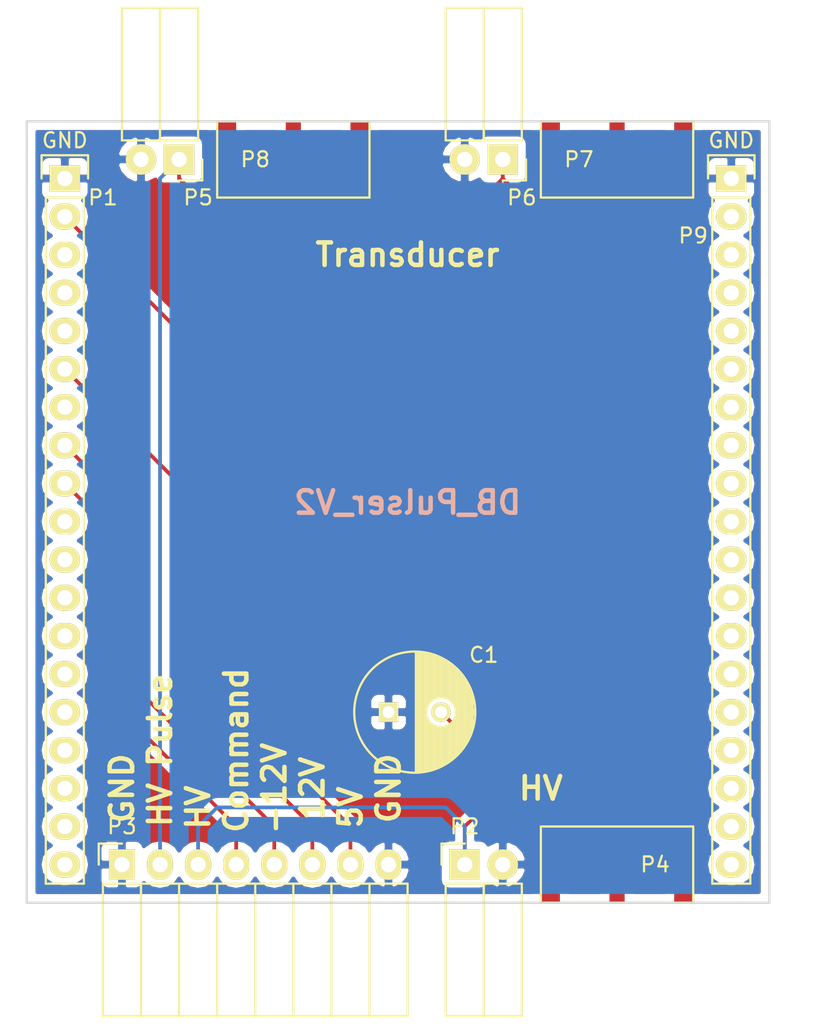
<source format=kicad_pcb>
(kicad_pcb (version 4) (host pcbnew 4.0.3+e1-6302~38~ubuntu16.04.1-stable)

  (general
    (links 24)
    (no_connects 6)
    (area 58.344999 85.014999 108.025001 137.235001)
    (thickness 1.6)
    (drawings 15)
    (tracks 44)
    (zones 0)
    (modules 10)
    (nets 8)
  )

  (page A4)
  (layers
    (0 F.Cu signal)
    (31 B.Cu signal)
    (32 B.Adhes user)
    (33 F.Adhes user)
    (34 B.Paste user)
    (35 F.Paste user)
    (36 B.SilkS user)
    (37 F.SilkS user)
    (38 B.Mask user)
    (39 F.Mask user)
    (40 Dwgs.User user)
    (41 Cmts.User user)
    (42 Eco1.User user)
    (43 Eco2.User user)
    (44 Edge.Cuts user)
    (45 Margin user)
    (46 B.CrtYd user)
    (47 F.CrtYd user)
    (48 B.Fab user)
    (49 F.Fab user)
  )

  (setup
    (last_trace_width 0.25)
    (trace_clearance 0.2)
    (zone_clearance 0.508)
    (zone_45_only no)
    (trace_min 0.2)
    (segment_width 0.2)
    (edge_width 0.15)
    (via_size 0.6)
    (via_drill 0.4)
    (via_min_size 0.4)
    (via_min_drill 0.3)
    (uvia_size 0.3)
    (uvia_drill 0.1)
    (uvias_allowed no)
    (uvia_min_size 0.2)
    (uvia_min_drill 0.1)
    (pcb_text_width 0.3)
    (pcb_text_size 1.5 1.5)
    (mod_edge_width 0.15)
    (mod_text_size 1 1)
    (mod_text_width 0.15)
    (pad_size 1.524 1.524)
    (pad_drill 0.762)
    (pad_to_mask_clearance 0.2)
    (aux_axis_origin 0 0)
    (visible_elements 7FFFFFFF)
    (pcbplotparams
      (layerselection 0x000f0_80000001)
      (usegerberextensions false)
      (excludeedgelayer true)
      (linewidth 0.100000)
      (plotframeref false)
      (viasonmask false)
      (mode 1)
      (useauxorigin false)
      (hpglpennumber 1)
      (hpglpenspeed 20)
      (hpglpendiameter 15)
      (hpglpenoverlay 2)
      (psnegative false)
      (psa4output false)
      (plotreference true)
      (plotvalue true)
      (plotinvisibletext false)
      (padsonsilk false)
      (subtractmaskfromsilk false)
      (outputformat 1)
      (mirror false)
      (drillshape 0)
      (scaleselection 1)
      (outputdirectory gerber/))
  )

  (net 0 "")
  (net 1 GND)
  (net 2 "Net-(P1-Pad2)")
  (net 3 "Net-(P1-Pad6)")
  (net 4 "Net-(P1-Pad8)")
  (net 5 "Net-(P1-Pad9)")
  (net 6 "Net-(C1-Pad2)")
  (net 7 "Net-(P3-Pad7)")

  (net_class Default "This is the default net class."
    (clearance 0.2)
    (trace_width 0.25)
    (via_dia 0.6)
    (via_drill 0.4)
    (uvia_dia 0.3)
    (uvia_drill 0.1)
    (add_net GND)
    (add_net "Net-(C1-Pad2)")
    (add_net "Net-(P1-Pad2)")
    (add_net "Net-(P1-Pad6)")
    (add_net "Net-(P1-Pad8)")
    (add_net "Net-(P1-Pad9)")
    (add_net "Net-(P3-Pad7)")
  )

  (module Echopen:Header_pin_1x19 placed (layer F.Cu) (tedit 57BEEFAF) (tstamp 57BEEE93)
    (at 60.96 111.76)
    (descr "Through hole socket strip")
    (tags "socket strip")
    (path /57BEEBC1)
    (fp_text reference P1 (at 2.54 -21.59) (layer F.SilkS)
      (effects (font (size 1 1) (thickness 0.15)))
    )
    (fp_text value CONN_01X19 (at 0.635 26.035) (layer F.Fab)
      (effects (font (size 1 1) (thickness 0.15)))
    )
    (fp_text user GND (at 0 -25.4) (layer F.SilkS)
      (effects (font (size 1 1) (thickness 0.15)))
    )
    (fp_line (start 1.75 -24.61) (end -1.75 -24.61) (layer F.CrtYd) (width 0.05))
    (fp_line (start 1.75 24.64) (end -1.75 24.64) (layer F.CrtYd) (width 0.05))
    (fp_line (start 1.75 -24.61) (end 1.75 24.64) (layer F.CrtYd) (width 0.05))
    (fp_line (start -1.75 -24.61) (end -1.75 24.64) (layer F.CrtYd) (width 0.05))
    (fp_line (start -1.27 -21.59) (end -1.27 24.13) (layer F.SilkS) (width 0.15))
    (fp_line (start -1.27 24.13) (end 1.27 24.13) (layer F.SilkS) (width 0.15))
    (fp_line (start 1.27 24.13) (end 1.27 -21.59) (layer F.SilkS) (width 0.15))
    (fp_line (start -1.55 -24.41) (end -1.55 -22.86) (layer F.SilkS) (width 0.15))
    (fp_line (start -1.27 -21.59) (end 1.27 -21.59) (layer F.SilkS) (width 0.15))
    (fp_line (start 1.55 -22.86) (end 1.55 -24.41) (layer F.SilkS) (width 0.15))
    (fp_line (start 1.55 -24.41) (end -1.55 -24.41) (layer F.SilkS) (width 0.15))
    (pad 1 thru_hole rect (at 0 -22.86 270) (size 1.7272 2.032) (drill 1.016) (layers *.Cu *.Mask F.SilkS)
      (net 1 GND))
    (pad 2 thru_hole oval (at 0 -20.32 270) (size 1.7272 2.032) (drill 1.016) (layers *.Cu *.Mask F.SilkS)
      (net 2 "Net-(P1-Pad2)"))
    (pad 3 thru_hole oval (at 0 -17.78 270) (size 1.7272 2.032) (drill 1.016) (layers *.Cu *.Mask F.SilkS))
    (pad 4 thru_hole oval (at 0 -15.24 270) (size 1.7272 2.032) (drill 1.016) (layers *.Cu *.Mask F.SilkS))
    (pad 5 thru_hole oval (at 0 -12.7 270) (size 1.7272 2.032) (drill 1.016) (layers *.Cu *.Mask F.SilkS))
    (pad 6 thru_hole oval (at 0 -10.16 270) (size 1.7272 2.032) (drill 1.016) (layers *.Cu *.Mask F.SilkS)
      (net 3 "Net-(P1-Pad6)"))
    (pad 7 thru_hole oval (at 0 -7.62 270) (size 1.7272 2.032) (drill 1.016) (layers *.Cu *.Mask F.SilkS))
    (pad 8 thru_hole oval (at 0 -5.08 270) (size 1.7272 2.032) (drill 1.016) (layers *.Cu *.Mask F.SilkS)
      (net 4 "Net-(P1-Pad8)"))
    (pad 9 thru_hole oval (at 0 -2.54 270) (size 1.7272 2.032) (drill 1.016) (layers *.Cu *.Mask F.SilkS)
      (net 5 "Net-(P1-Pad9)"))
    (pad 10 thru_hole oval (at 0 0 270) (size 1.7272 2.032) (drill 1.016) (layers *.Cu *.Mask F.SilkS))
    (pad 11 thru_hole oval (at 0 2.54 270) (size 1.7272 2.032) (drill 1.016) (layers *.Cu *.Mask F.SilkS))
    (pad 12 thru_hole oval (at 0 5.08 270) (size 1.7272 2.032) (drill 1.016) (layers *.Cu *.Mask F.SilkS))
    (pad 13 thru_hole oval (at 0 7.62 270) (size 1.7272 2.032) (drill 1.016) (layers *.Cu *.Mask F.SilkS))
    (pad 14 thru_hole oval (at 0 10.16 270) (size 1.7272 2.032) (drill 1.016) (layers *.Cu *.Mask F.SilkS))
    (pad 15 thru_hole oval (at 0 12.7 270) (size 1.7272 2.032) (drill 1.016) (layers *.Cu *.Mask F.SilkS))
    (pad 16 thru_hole oval (at 0 15.24 270) (size 1.7272 2.032) (drill 1.016) (layers *.Cu *.Mask F.SilkS))
    (pad 17 thru_hole oval (at 0 17.78 270) (size 1.7272 2.032) (drill 1.016) (layers *.Cu *.Mask F.SilkS))
    (pad 18 thru_hole oval (at 0 20.32 270) (size 1.7272 2.032) (drill 1.016) (layers *.Cu *.Mask F.SilkS))
    (pad 19 thru_hole oval (at 0 22.86 270) (size 1.7272 2.032) (drill 1.016) (layers *.Cu *.Mask F.SilkS))
    (model Pin_Headers.3dshapes/Pin_Header_Straight_1x19.wrl
      (at (xyz 0 0 -0.05))
      (scale (xyz 1 1 1))
      (rotate (xyz 0 180 90))
    )
  )

  (module Socket_Strips:Socket_Strip_Angled_1x02 placed (layer F.Cu) (tedit 57BEEFC7) (tstamp 57BEEE99)
    (at 87.63 134.62)
    (descr "Through hole socket strip")
    (tags "socket strip")
    (path /57BEEE86)
    (fp_text reference P2 (at 0 -2.54) (layer F.SilkS)
      (effects (font (size 1 1) (thickness 0.15)))
    )
    (fp_text value CONN_01X02 (at 0 -2.75) (layer F.Fab)
      (effects (font (size 1 1) (thickness 0.15)))
    )
    (fp_line (start -1.75 -1.5) (end -1.75 10.6) (layer F.CrtYd) (width 0.05))
    (fp_line (start 4.3 -1.5) (end 4.3 10.6) (layer F.CrtYd) (width 0.05))
    (fp_line (start -1.75 -1.5) (end 4.3 -1.5) (layer F.CrtYd) (width 0.05))
    (fp_line (start -1.75 10.6) (end 4.3 10.6) (layer F.CrtYd) (width 0.05))
    (fp_line (start 3.81 10.1) (end 3.81 1.27) (layer F.SilkS) (width 0.15))
    (fp_line (start 1.27 10.1) (end 3.81 10.1) (layer F.SilkS) (width 0.15))
    (fp_line (start 1.27 1.27) (end 1.27 10.1) (layer F.SilkS) (width 0.15))
    (fp_line (start 1.27 1.27) (end 3.81 1.27) (layer F.SilkS) (width 0.15))
    (fp_line (start -1.27 1.27) (end 1.27 1.27) (layer F.SilkS) (width 0.15))
    (fp_line (start 0 -1.4) (end -1.55 -1.4) (layer F.SilkS) (width 0.15))
    (fp_line (start -1.55 -1.4) (end -1.55 0) (layer F.SilkS) (width 0.15))
    (fp_line (start -1.27 1.27) (end -1.27 10.1) (layer F.SilkS) (width 0.15))
    (fp_line (start -1.27 10.1) (end 1.27 10.1) (layer F.SilkS) (width 0.15))
    (fp_line (start 1.27 10.1) (end 1.27 1.27) (layer F.SilkS) (width 0.15))
    (pad 1 thru_hole rect (at 0 0) (size 2.032 2.032) (drill 1.016) (layers *.Cu *.Mask F.SilkS)
      (net 6 "Net-(C1-Pad2)"))
    (pad 2 thru_hole oval (at 2.54 0) (size 2.032 2.032) (drill 1.016) (layers *.Cu *.Mask F.SilkS)
      (net 1 GND))
    (model Socket_Strips.3dshapes/Socket_Strip_Angled_1x02.wrl
      (at (xyz 0.05 0 0))
      (scale (xyz 1 1 1))
      (rotate (xyz 0 0 180))
    )
  )

  (module Socket_Strips:Socket_Strip_Angled_1x08 placed (layer F.Cu) (tedit 57BEEFC3) (tstamp 57BEEEA5)
    (at 64.77 134.62)
    (descr "Through hole socket strip")
    (tags "socket strip")
    (path /57BEECD8)
    (fp_text reference P3 (at 0 -2.54) (layer F.SilkS)
      (effects (font (size 1 1) (thickness 0.15)))
    )
    (fp_text value CONN_01X08 (at 0 -2.75) (layer F.Fab)
      (effects (font (size 1 1) (thickness 0.15)))
    )
    (fp_line (start -1.75 -1.5) (end -1.75 10.6) (layer F.CrtYd) (width 0.05))
    (fp_line (start 19.55 -1.5) (end 19.55 10.6) (layer F.CrtYd) (width 0.05))
    (fp_line (start -1.75 -1.5) (end 19.55 -1.5) (layer F.CrtYd) (width 0.05))
    (fp_line (start -1.75 10.6) (end 19.55 10.6) (layer F.CrtYd) (width 0.05))
    (fp_line (start 16.51 10.1) (end 16.51 1.27) (layer F.SilkS) (width 0.15))
    (fp_line (start 13.97 10.1) (end 16.51 10.1) (layer F.SilkS) (width 0.15))
    (fp_line (start 13.97 1.27) (end 16.51 1.27) (layer F.SilkS) (width 0.15))
    (fp_line (start 16.51 1.27) (end 19.05 1.27) (layer F.SilkS) (width 0.15))
    (fp_line (start 16.51 10.1) (end 19.05 10.1) (layer F.SilkS) (width 0.15))
    (fp_line (start 19.05 10.1) (end 19.05 1.27) (layer F.SilkS) (width 0.15))
    (fp_line (start 13.97 10.1) (end 13.97 1.27) (layer F.SilkS) (width 0.15))
    (fp_line (start 11.43 10.1) (end 13.97 10.1) (layer F.SilkS) (width 0.15))
    (fp_line (start 11.43 1.27) (end 13.97 1.27) (layer F.SilkS) (width 0.15))
    (fp_line (start 8.89 1.27) (end 11.43 1.27) (layer F.SilkS) (width 0.15))
    (fp_line (start 8.89 10.1) (end 11.43 10.1) (layer F.SilkS) (width 0.15))
    (fp_line (start 11.43 10.1) (end 11.43 1.27) (layer F.SilkS) (width 0.15))
    (fp_line (start 8.89 10.1) (end 8.89 1.27) (layer F.SilkS) (width 0.15))
    (fp_line (start 6.35 10.1) (end 8.89 10.1) (layer F.SilkS) (width 0.15))
    (fp_line (start 6.35 1.27) (end 8.89 1.27) (layer F.SilkS) (width 0.15))
    (fp_line (start 3.81 1.27) (end 6.35 1.27) (layer F.SilkS) (width 0.15))
    (fp_line (start 3.81 10.1) (end 6.35 10.1) (layer F.SilkS) (width 0.15))
    (fp_line (start 6.35 10.1) (end 6.35 1.27) (layer F.SilkS) (width 0.15))
    (fp_line (start 3.81 10.1) (end 3.81 1.27) (layer F.SilkS) (width 0.15))
    (fp_line (start 1.27 10.1) (end 3.81 10.1) (layer F.SilkS) (width 0.15))
    (fp_line (start 1.27 1.27) (end 1.27 10.1) (layer F.SilkS) (width 0.15))
    (fp_line (start 1.27 1.27) (end 3.81 1.27) (layer F.SilkS) (width 0.15))
    (fp_line (start -1.27 1.27) (end 1.27 1.27) (layer F.SilkS) (width 0.15))
    (fp_line (start 0 -1.4) (end -1.55 -1.4) (layer F.SilkS) (width 0.15))
    (fp_line (start -1.55 -1.4) (end -1.55 0) (layer F.SilkS) (width 0.15))
    (fp_line (start -1.27 1.27) (end -1.27 10.1) (layer F.SilkS) (width 0.15))
    (fp_line (start -1.27 10.1) (end 1.27 10.1) (layer F.SilkS) (width 0.15))
    (fp_line (start 1.27 10.1) (end 1.27 1.27) (layer F.SilkS) (width 0.15))
    (pad 1 thru_hole rect (at 0 0) (size 1.7272 2.032) (drill 1.016) (layers *.Cu *.Mask F.SilkS)
      (net 1 GND))
    (pad 2 thru_hole oval (at 2.54 0) (size 1.7272 2.032) (drill 1.016) (layers *.Cu *.Mask F.SilkS)
      (net 2 "Net-(P1-Pad2)"))
    (pad 3 thru_hole oval (at 5.08 0) (size 1.7272 2.032) (drill 1.016) (layers *.Cu *.Mask F.SilkS)
      (net 3 "Net-(P1-Pad6)"))
    (pad 4 thru_hole oval (at 7.62 0) (size 1.7272 2.032) (drill 1.016) (layers *.Cu *.Mask F.SilkS)
      (net 4 "Net-(P1-Pad8)"))
    (pad 5 thru_hole oval (at 10.16 0) (size 1.7272 2.032) (drill 1.016) (layers *.Cu *.Mask F.SilkS)
      (net 5 "Net-(P1-Pad9)"))
    (pad 6 thru_hole oval (at 12.7 0) (size 1.7272 2.032) (drill 1.016) (layers *.Cu *.Mask F.SilkS)
      (net 6 "Net-(C1-Pad2)"))
    (pad 7 thru_hole oval (at 15.24 0) (size 1.7272 2.032) (drill 1.016) (layers *.Cu *.Mask F.SilkS)
      (net 7 "Net-(P3-Pad7)"))
    (pad 8 thru_hole oval (at 17.78 0) (size 1.7272 2.032) (drill 1.016) (layers *.Cu *.Mask F.SilkS)
      (net 1 GND))
    (model Socket_Strips.3dshapes/Socket_Strip_Angled_1x08.wrl
      (at (xyz 0.35 0 0))
      (scale (xyz 1 1 1))
      (rotate (xyz 0 0 180))
    )
  )

  (module Echopen:SMA placed (layer F.Cu) (tedit 57B6CD4E) (tstamp 57BEEEAC)
    (at 97.79 134.62)
    (path /57BEEF82)
    (fp_text reference P4 (at 2.54 0) (layer F.SilkS)
      (effects (font (size 1 1) (thickness 0.15)))
    )
    (fp_text value SMA (at -2.54 0) (layer F.Fab)
      (effects (font (size 1 1) (thickness 0.15)))
    )
    (fp_line (start -5.08 -2.54) (end 5.08 -2.54) (layer F.SilkS) (width 0.15))
    (fp_line (start 5.08 -2.54) (end 5.08 2.54) (layer F.SilkS) (width 0.15))
    (fp_line (start 5.08 2.54) (end -5.08 2.54) (layer F.SilkS) (width 0.15))
    (fp_line (start -5.08 2.54) (end -5.08 -2.54) (layer F.SilkS) (width 0.15))
    (pad 2 smd rect (at -5.08 0) (size 1.27 5.08) (drill (offset 0.635 0)) (layers *.Paste *.Mask F.Cu)
      (net 1 GND))
    (pad 2 smd rect (at 5.08 0) (size 1.27 5.08) (drill (offset -0.635 0)) (layers *.Paste *.Mask F.Cu)
      (net 1 GND))
    (pad 1 smd rect (at 0 0) (size 1.016 5.08) (layers F.Cu F.Paste F.Mask)
      (net 6 "Net-(C1-Pad2)"))
    (model ../../../../../home/echopen/Bureau/GitHub/electronic/kicad/Librairy/3d/sma_90_r300.124.403.wrl
      (at (xyz 0 -0.15 0))
      (scale (xyz 0.9 0.9 0.9))
      (rotate (xyz 0 0 0))
    )
  )

  (module Socket_Strips:Socket_Strip_Angled_1x02 placed (layer F.Cu) (tedit 57BEEFA9) (tstamp 57BEEEB2)
    (at 68.58 87.63 180)
    (descr "Through hole socket strip")
    (tags "socket strip")
    (path /57BEF06F)
    (fp_text reference P5 (at -1.27 -2.54 180) (layer F.SilkS)
      (effects (font (size 1 1) (thickness 0.15)))
    )
    (fp_text value CONN_01X02 (at 0 -2.75 180) (layer F.Fab)
      (effects (font (size 1 1) (thickness 0.15)))
    )
    (fp_line (start -1.75 -1.5) (end -1.75 10.6) (layer F.CrtYd) (width 0.05))
    (fp_line (start 4.3 -1.5) (end 4.3 10.6) (layer F.CrtYd) (width 0.05))
    (fp_line (start -1.75 -1.5) (end 4.3 -1.5) (layer F.CrtYd) (width 0.05))
    (fp_line (start -1.75 10.6) (end 4.3 10.6) (layer F.CrtYd) (width 0.05))
    (fp_line (start 3.81 10.1) (end 3.81 1.27) (layer F.SilkS) (width 0.15))
    (fp_line (start 1.27 10.1) (end 3.81 10.1) (layer F.SilkS) (width 0.15))
    (fp_line (start 1.27 1.27) (end 1.27 10.1) (layer F.SilkS) (width 0.15))
    (fp_line (start 1.27 1.27) (end 3.81 1.27) (layer F.SilkS) (width 0.15))
    (fp_line (start -1.27 1.27) (end 1.27 1.27) (layer F.SilkS) (width 0.15))
    (fp_line (start 0 -1.4) (end -1.55 -1.4) (layer F.SilkS) (width 0.15))
    (fp_line (start -1.55 -1.4) (end -1.55 0) (layer F.SilkS) (width 0.15))
    (fp_line (start -1.27 1.27) (end -1.27 10.1) (layer F.SilkS) (width 0.15))
    (fp_line (start -1.27 10.1) (end 1.27 10.1) (layer F.SilkS) (width 0.15))
    (fp_line (start 1.27 10.1) (end 1.27 1.27) (layer F.SilkS) (width 0.15))
    (pad 1 thru_hole rect (at 0 0 180) (size 2.032 2.032) (drill 1.016) (layers *.Cu *.Mask F.SilkS)
      (net 7 "Net-(P3-Pad7)"))
    (pad 2 thru_hole oval (at 2.54 0 180) (size 2.032 2.032) (drill 1.016) (layers *.Cu *.Mask F.SilkS)
      (net 1 GND))
    (model Socket_Strips.3dshapes/Socket_Strip_Angled_1x02.wrl
      (at (xyz 0.05 0 0))
      (scale (xyz 1 1 1))
      (rotate (xyz 0 0 180))
    )
  )

  (module Socket_Strips:Socket_Strip_Angled_1x02 placed (layer F.Cu) (tedit 57BEEFB7) (tstamp 57BEEEB8)
    (at 90.17 87.63 180)
    (descr "Through hole socket strip")
    (tags "socket strip")
    (path /57BEF1AE)
    (fp_text reference P6 (at -1.27 -2.54 180) (layer F.SilkS)
      (effects (font (size 1 1) (thickness 0.15)))
    )
    (fp_text value CONN_01X02 (at 0 -2.75 180) (layer F.Fab)
      (effects (font (size 1 1) (thickness 0.15)))
    )
    (fp_line (start -1.75 -1.5) (end -1.75 10.6) (layer F.CrtYd) (width 0.05))
    (fp_line (start 4.3 -1.5) (end 4.3 10.6) (layer F.CrtYd) (width 0.05))
    (fp_line (start -1.75 -1.5) (end 4.3 -1.5) (layer F.CrtYd) (width 0.05))
    (fp_line (start -1.75 10.6) (end 4.3 10.6) (layer F.CrtYd) (width 0.05))
    (fp_line (start 3.81 10.1) (end 3.81 1.27) (layer F.SilkS) (width 0.15))
    (fp_line (start 1.27 10.1) (end 3.81 10.1) (layer F.SilkS) (width 0.15))
    (fp_line (start 1.27 1.27) (end 1.27 10.1) (layer F.SilkS) (width 0.15))
    (fp_line (start 1.27 1.27) (end 3.81 1.27) (layer F.SilkS) (width 0.15))
    (fp_line (start -1.27 1.27) (end 1.27 1.27) (layer F.SilkS) (width 0.15))
    (fp_line (start 0 -1.4) (end -1.55 -1.4) (layer F.SilkS) (width 0.15))
    (fp_line (start -1.55 -1.4) (end -1.55 0) (layer F.SilkS) (width 0.15))
    (fp_line (start -1.27 1.27) (end -1.27 10.1) (layer F.SilkS) (width 0.15))
    (fp_line (start -1.27 10.1) (end 1.27 10.1) (layer F.SilkS) (width 0.15))
    (fp_line (start 1.27 10.1) (end 1.27 1.27) (layer F.SilkS) (width 0.15))
    (pad 1 thru_hole rect (at 0 0 180) (size 2.032 2.032) (drill 1.016) (layers *.Cu *.Mask F.SilkS)
      (net 7 "Net-(P3-Pad7)"))
    (pad 2 thru_hole oval (at 2.54 0 180) (size 2.032 2.032) (drill 1.016) (layers *.Cu *.Mask F.SilkS)
      (net 1 GND))
    (model Socket_Strips.3dshapes/Socket_Strip_Angled_1x02.wrl
      (at (xyz 0.05 0 0))
      (scale (xyz 1 1 1))
      (rotate (xyz 0 0 180))
    )
  )

  (module Echopen:SMA placed (layer F.Cu) (tedit 57B6CD4E) (tstamp 57BEEEBF)
    (at 97.79 87.63 180)
    (path /57BEF0D8)
    (fp_text reference P7 (at 2.54 0 180) (layer F.SilkS)
      (effects (font (size 1 1) (thickness 0.15)))
    )
    (fp_text value SMA (at -2.54 0 180) (layer F.Fab)
      (effects (font (size 1 1) (thickness 0.15)))
    )
    (fp_line (start -5.08 -2.54) (end 5.08 -2.54) (layer F.SilkS) (width 0.15))
    (fp_line (start 5.08 -2.54) (end 5.08 2.54) (layer F.SilkS) (width 0.15))
    (fp_line (start 5.08 2.54) (end -5.08 2.54) (layer F.SilkS) (width 0.15))
    (fp_line (start -5.08 2.54) (end -5.08 -2.54) (layer F.SilkS) (width 0.15))
    (pad 2 smd rect (at -5.08 0 180) (size 1.27 5.08) (drill (offset 0.635 0)) (layers *.Paste *.Mask F.Cu)
      (net 1 GND))
    (pad 2 smd rect (at 5.08 0 180) (size 1.27 5.08) (drill (offset -0.635 0)) (layers *.Paste *.Mask F.Cu)
      (net 1 GND))
    (pad 1 smd rect (at 0 0 180) (size 1.016 5.08) (layers F.Cu F.Paste F.Mask)
      (net 7 "Net-(P3-Pad7)"))
    (model ../../../../../home/echopen/Bureau/GitHub/electronic/kicad/Librairy/3d/sma_90_r300.124.403.wrl
      (at (xyz 0 -0.15 0))
      (scale (xyz 0.9 0.9 0.9))
      (rotate (xyz 0 0 0))
    )
  )

  (module Echopen:SMA placed (layer F.Cu) (tedit 57B6CD4E) (tstamp 57BEEEC6)
    (at 76.2 87.63 180)
    (path /57BEF1B4)
    (fp_text reference P8 (at 2.54 0 180) (layer F.SilkS)
      (effects (font (size 1 1) (thickness 0.15)))
    )
    (fp_text value SMA (at -2.54 0 180) (layer F.Fab)
      (effects (font (size 1 1) (thickness 0.15)))
    )
    (fp_line (start -5.08 -2.54) (end 5.08 -2.54) (layer F.SilkS) (width 0.15))
    (fp_line (start 5.08 -2.54) (end 5.08 2.54) (layer F.SilkS) (width 0.15))
    (fp_line (start 5.08 2.54) (end -5.08 2.54) (layer F.SilkS) (width 0.15))
    (fp_line (start -5.08 2.54) (end -5.08 -2.54) (layer F.SilkS) (width 0.15))
    (pad 2 smd rect (at -5.08 0 180) (size 1.27 5.08) (drill (offset 0.635 0)) (layers *.Paste *.Mask F.Cu)
      (net 1 GND))
    (pad 2 smd rect (at 5.08 0 180) (size 1.27 5.08) (drill (offset -0.635 0)) (layers *.Paste *.Mask F.Cu)
      (net 1 GND))
    (pad 1 smd rect (at 0 0 180) (size 1.016 5.08) (layers F.Cu F.Paste F.Mask)
      (net 7 "Net-(P3-Pad7)"))
    (model ../../../../../home/echopen/Bureau/GitHub/electronic/kicad/Librairy/3d/sma_90_r300.124.403.wrl
      (at (xyz 0 -0.15 0))
      (scale (xyz 0.9 0.9 0.9))
      (rotate (xyz 0 0 0))
    )
  )

  (module Echopen:Header_pin_1x19 placed (layer F.Cu) (tedit 57BEEFBC) (tstamp 57BEEEDD)
    (at 105.41 111.76)
    (descr "Through hole socket strip")
    (tags "socket strip")
    (path /57BEEBE9)
    (fp_text reference P9 (at -2.54 -19.05) (layer F.SilkS)
      (effects (font (size 1 1) (thickness 0.15)))
    )
    (fp_text value CONN_01X19 (at 0.635 26.035) (layer F.Fab)
      (effects (font (size 1 1) (thickness 0.15)))
    )
    (fp_text user GND (at 0 -25.4) (layer F.SilkS)
      (effects (font (size 1 1) (thickness 0.15)))
    )
    (fp_line (start 1.75 -24.61) (end -1.75 -24.61) (layer F.CrtYd) (width 0.05))
    (fp_line (start 1.75 24.64) (end -1.75 24.64) (layer F.CrtYd) (width 0.05))
    (fp_line (start 1.75 -24.61) (end 1.75 24.64) (layer F.CrtYd) (width 0.05))
    (fp_line (start -1.75 -24.61) (end -1.75 24.64) (layer F.CrtYd) (width 0.05))
    (fp_line (start -1.27 -21.59) (end -1.27 24.13) (layer F.SilkS) (width 0.15))
    (fp_line (start -1.27 24.13) (end 1.27 24.13) (layer F.SilkS) (width 0.15))
    (fp_line (start 1.27 24.13) (end 1.27 -21.59) (layer F.SilkS) (width 0.15))
    (fp_line (start -1.55 -24.41) (end -1.55 -22.86) (layer F.SilkS) (width 0.15))
    (fp_line (start -1.27 -21.59) (end 1.27 -21.59) (layer F.SilkS) (width 0.15))
    (fp_line (start 1.55 -22.86) (end 1.55 -24.41) (layer F.SilkS) (width 0.15))
    (fp_line (start 1.55 -24.41) (end -1.55 -24.41) (layer F.SilkS) (width 0.15))
    (pad 1 thru_hole rect (at 0 -22.86 270) (size 1.7272 2.032) (drill 1.016) (layers *.Cu *.Mask F.SilkS)
      (net 1 GND))
    (pad 2 thru_hole oval (at 0 -20.32 270) (size 1.7272 2.032) (drill 1.016) (layers *.Cu *.Mask F.SilkS))
    (pad 3 thru_hole oval (at 0 -17.78 270) (size 1.7272 2.032) (drill 1.016) (layers *.Cu *.Mask F.SilkS))
    (pad 4 thru_hole oval (at 0 -15.24 270) (size 1.7272 2.032) (drill 1.016) (layers *.Cu *.Mask F.SilkS))
    (pad 5 thru_hole oval (at 0 -12.7 270) (size 1.7272 2.032) (drill 1.016) (layers *.Cu *.Mask F.SilkS))
    (pad 6 thru_hole oval (at 0 -10.16 270) (size 1.7272 2.032) (drill 1.016) (layers *.Cu *.Mask F.SilkS))
    (pad 7 thru_hole oval (at 0 -7.62 270) (size 1.7272 2.032) (drill 1.016) (layers *.Cu *.Mask F.SilkS))
    (pad 8 thru_hole oval (at 0 -5.08 270) (size 1.7272 2.032) (drill 1.016) (layers *.Cu *.Mask F.SilkS))
    (pad 9 thru_hole oval (at 0 -2.54 270) (size 1.7272 2.032) (drill 1.016) (layers *.Cu *.Mask F.SilkS))
    (pad 10 thru_hole oval (at 0 0 270) (size 1.7272 2.032) (drill 1.016) (layers *.Cu *.Mask F.SilkS))
    (pad 11 thru_hole oval (at 0 2.54 270) (size 1.7272 2.032) (drill 1.016) (layers *.Cu *.Mask F.SilkS))
    (pad 12 thru_hole oval (at 0 5.08 270) (size 1.7272 2.032) (drill 1.016) (layers *.Cu *.Mask F.SilkS))
    (pad 13 thru_hole oval (at 0 7.62 270) (size 1.7272 2.032) (drill 1.016) (layers *.Cu *.Mask F.SilkS))
    (pad 14 thru_hole oval (at 0 10.16 270) (size 1.7272 2.032) (drill 1.016) (layers *.Cu *.Mask F.SilkS))
    (pad 15 thru_hole oval (at 0 12.7 270) (size 1.7272 2.032) (drill 1.016) (layers *.Cu *.Mask F.SilkS))
    (pad 16 thru_hole oval (at 0 15.24 270) (size 1.7272 2.032) (drill 1.016) (layers *.Cu *.Mask F.SilkS))
    (pad 17 thru_hole oval (at 0 17.78 270) (size 1.7272 2.032) (drill 1.016) (layers *.Cu *.Mask F.SilkS))
    (pad 18 thru_hole oval (at 0 20.32 270) (size 1.7272 2.032) (drill 1.016) (layers *.Cu *.Mask F.SilkS))
    (pad 19 thru_hole oval (at 0 22.86 270) (size 1.7272 2.032) (drill 1.016) (layers *.Cu *.Mask F.SilkS))
    (model Pin_Headers.3dshapes/Pin_Header_Straight_1x19.wrl
      (at (xyz 0 0 -0.05))
      (scale (xyz 1 1 1))
      (rotate (xyz 0 180 90))
    )
  )

  (module Echopen:CP_TH_common (layer F.Cu) (tedit 57B58060) (tstamp 57C05CBD)
    (at 82.55 124.46)
    (descr "Radial Electrolytic Capacitor Diameter 8mm x Length 11.5mm, Pitch 3.5mm")
    (tags "Electrolytic Capacitor")
    (path /57C05C42)
    (fp_text reference C1 (at 6.35 -3.81) (layer F.SilkS)
      (effects (font (size 1 1) (thickness 0.15)))
    )
    (fp_text value "33u (150V)" (at 1.27 1.905) (layer F.Fab)
      (effects (font (size 1 1) (thickness 0.15)))
    )
    (fp_line (start 1.825 -3.999) (end 1.825 3.999) (layer F.SilkS) (width 0.15))
    (fp_line (start 1.965 -3.994) (end 1.965 3.994) (layer F.SilkS) (width 0.15))
    (fp_line (start 2.105 -3.984) (end 2.105 3.984) (layer F.SilkS) (width 0.15))
    (fp_line (start 2.245 -3.969) (end 2.245 3.969) (layer F.SilkS) (width 0.15))
    (fp_line (start 2.385 -3.949) (end 2.385 3.949) (layer F.SilkS) (width 0.15))
    (fp_line (start 2.525 -3.924) (end 2.525 -0.222) (layer F.SilkS) (width 0.15))
    (fp_line (start 2.525 0.222) (end 2.525 3.924) (layer F.SilkS) (width 0.15))
    (fp_line (start 2.665 -3.894) (end 2.665 -0.55) (layer F.SilkS) (width 0.15))
    (fp_line (start 2.665 0.55) (end 2.665 3.894) (layer F.SilkS) (width 0.15))
    (fp_line (start 2.805 -3.858) (end 2.805 -0.719) (layer F.SilkS) (width 0.15))
    (fp_line (start 2.805 0.719) (end 2.805 3.858) (layer F.SilkS) (width 0.15))
    (fp_line (start 2.945 -3.817) (end 2.945 -0.832) (layer F.SilkS) (width 0.15))
    (fp_line (start 2.945 0.832) (end 2.945 3.817) (layer F.SilkS) (width 0.15))
    (fp_line (start 3.085 -3.771) (end 3.085 -0.91) (layer F.SilkS) (width 0.15))
    (fp_line (start 3.085 0.91) (end 3.085 3.771) (layer F.SilkS) (width 0.15))
    (fp_line (start 3.225 -3.718) (end 3.225 -0.961) (layer F.SilkS) (width 0.15))
    (fp_line (start 3.225 0.961) (end 3.225 3.718) (layer F.SilkS) (width 0.15))
    (fp_line (start 3.365 -3.659) (end 3.365 -0.991) (layer F.SilkS) (width 0.15))
    (fp_line (start 3.365 0.991) (end 3.365 3.659) (layer F.SilkS) (width 0.15))
    (fp_line (start 3.505 -3.594) (end 3.505 -1) (layer F.SilkS) (width 0.15))
    (fp_line (start 3.505 1) (end 3.505 3.594) (layer F.SilkS) (width 0.15))
    (fp_line (start 3.645 -3.523) (end 3.645 -0.989) (layer F.SilkS) (width 0.15))
    (fp_line (start 3.645 0.989) (end 3.645 3.523) (layer F.SilkS) (width 0.15))
    (fp_line (start 3.785 -3.444) (end 3.785 -0.959) (layer F.SilkS) (width 0.15))
    (fp_line (start 3.785 0.959) (end 3.785 3.444) (layer F.SilkS) (width 0.15))
    (fp_line (start 3.925 -3.357) (end 3.925 -0.905) (layer F.SilkS) (width 0.15))
    (fp_line (start 3.925 0.905) (end 3.925 3.357) (layer F.SilkS) (width 0.15))
    (fp_line (start 4.065 -3.262) (end 4.065 -0.825) (layer F.SilkS) (width 0.15))
    (fp_line (start 4.065 0.825) (end 4.065 3.262) (layer F.SilkS) (width 0.15))
    (fp_line (start 4.205 -3.158) (end 4.205 -0.709) (layer F.SilkS) (width 0.15))
    (fp_line (start 4.205 0.709) (end 4.205 3.158) (layer F.SilkS) (width 0.15))
    (fp_line (start 4.345 -3.044) (end 4.345 -0.535) (layer F.SilkS) (width 0.15))
    (fp_line (start 4.345 0.535) (end 4.345 3.044) (layer F.SilkS) (width 0.15))
    (fp_line (start 4.485 -2.919) (end 4.485 -0.173) (layer F.SilkS) (width 0.15))
    (fp_line (start 4.485 0.173) (end 4.485 2.919) (layer F.SilkS) (width 0.15))
    (fp_line (start 4.625 -2.781) (end 4.625 2.781) (layer F.SilkS) (width 0.15))
    (fp_line (start 4.765 -2.629) (end 4.765 2.629) (layer F.SilkS) (width 0.15))
    (fp_line (start 4.905 -2.459) (end 4.905 2.459) (layer F.SilkS) (width 0.15))
    (fp_line (start 5.045 -2.268) (end 5.045 2.268) (layer F.SilkS) (width 0.15))
    (fp_line (start 5.185 -2.05) (end 5.185 2.05) (layer F.SilkS) (width 0.15))
    (fp_line (start 5.325 -1.794) (end 5.325 1.794) (layer F.SilkS) (width 0.15))
    (fp_line (start 5.465 -1.483) (end 5.465 1.483) (layer F.SilkS) (width 0.15))
    (fp_line (start 5.605 -1.067) (end 5.605 1.067) (layer F.SilkS) (width 0.15))
    (fp_line (start 5.745 -0.2) (end 5.745 0.2) (layer F.SilkS) (width 0.15))
    (fp_circle (center 3.5 0) (end 3.5 -1) (layer F.SilkS) (width 0.15))
    (fp_circle (center 1.75 0) (end 1.75 -4.0375) (layer F.SilkS) (width 0.15))
    (fp_circle (center 1.75 0) (end 1.75 -4.3) (layer F.CrtYd) (width 0.05))
    (pad 2 thru_hole circle (at 3.5 0) (size 1.3 1.3) (drill 0.8) (layers *.Cu *.Mask F.SilkS)
      (net 6 "Net-(C1-Pad2)"))
    (pad 1 thru_hole rect (at 0 0) (size 1.3 1.3) (drill 0.8) (layers *.Cu *.Mask F.SilkS)
      (net 1 GND))
    (model Capacitors_ThroughHole.3dshapes/C_Radial_D8_L11.5_P3.5.wrl
      (at (xyz 0 0 0))
      (scale (xyz 1 1 1))
      (rotate (xyz 0 0 0))
    )
  )

  (gr_text HV (at 92.71 129.54) (layer F.SilkS)
    (effects (font (size 1.5 1.5) (thickness 0.3)))
  )
  (gr_text Transducer (at 83.82 93.98) (layer F.SilkS)
    (effects (font (size 1.5 1.5) (thickness 0.3)))
  )
  (gr_text GND (at 64.77 129.54 90) (layer F.SilkS)
    (effects (font (size 1.5 1.5) (thickness 0.3)))
  )
  (gr_text GND (at 82.55 129.54 90) (layer F.SilkS)
    (effects (font (size 1.5 1.5) (thickness 0.3)))
  )
  (gr_text 5V (at 80.01 130.81 90) (layer F.SilkS)
    (effects (font (size 1.5 1.5) (thickness 0.3)))
  )
  (gr_text 12V (at 77.47 129.54 90) (layer F.SilkS)
    (effects (font (size 1.5 1.5) (thickness 0.3)))
  )
  (gr_text -12V (at 74.93 129.54 90) (layer F.SilkS)
    (effects (font (size 1.5 1.5) (thickness 0.3)))
  )
  (gr_text Command (at 72.39 127 90) (layer F.SilkS)
    (effects (font (size 1.5 1.5) (thickness 0.3)))
  )
  (gr_text HV (at 69.85 130.81 90) (layer F.SilkS)
    (effects (font (size 1.5 1.5) (thickness 0.3)))
  )
  (gr_text "HV Pulse" (at 67.31 127 90) (layer F.SilkS)
    (effects (font (size 1.5 1.5) (thickness 0.3)))
  )
  (gr_text DB_Pulser_V2 (at 83.82 110.49) (layer B.SilkS)
    (effects (font (size 1.5 1.5) (thickness 0.3)) (justify mirror))
  )
  (gr_line (start 107.95 85.09) (end 58.42 85.09) (angle 90) (layer Edge.Cuts) (width 0.15))
  (gr_line (start 107.95 137.16) (end 107.95 85.09) (angle 90) (layer Edge.Cuts) (width 0.15))
  (gr_line (start 58.42 137.16) (end 107.95 137.16) (angle 90) (layer Edge.Cuts) (width 0.15))
  (gr_line (start 58.42 85.09) (end 58.42 137.16) (angle 90) (layer Edge.Cuts) (width 0.15))

  (segment (start 60.96 91.44) (end 71.12 101.6) (width 0.25) (layer F.Cu) (net 2))
  (segment (start 71.12 101.6) (end 71.12 123.19) (width 0.25) (layer F.Cu) (net 2) (tstamp 57BEF064))
  (segment (start 67.31 134.62) (end 67.31 88.9) (width 0.25) (layer B.Cu) (net 2))
  (segment (start 71.12 123.19) (end 80.01 132.08) (width 0.25) (layer F.Cu) (net 2) (tstamp 57BEF065))
  (segment (start 60.96 101.6) (end 68.58 109.22) (width 0.25) (layer F.Cu) (net 3))
  (segment (start 68.58 109.22) (end 68.58 123.19) (width 0.25) (layer F.Cu) (net 3) (tstamp 57BEF05E))
  (segment (start 69.85 134.62) (end 69.85 132.08) (width 0.25) (layer B.Cu) (net 3))
  (segment (start 69.85 132.08) (end 71.12 130.81) (width 0.25) (layer B.Cu) (net 3) (tstamp 57BEF077))
  (segment (start 68.58 123.19) (end 77.47 132.08) (width 0.25) (layer F.Cu) (net 3) (tstamp 57BEF05F))
  (segment (start 71.12 130.81) (end 86.36 130.81) (width 0.25) (layer B.Cu) (net 3) (tstamp 57BEF079))
  (segment (start 60.96 106.68) (end 64.77 110.49) (width 0.25) (layer F.Cu) (net 4))
  (segment (start 64.77 110.49) (end 66.04 111.76) (width 0.25) (layer F.Cu) (net 4) (tstamp 57BEF057))
  (segment (start 72.39 132.08) (end 72.39 134.62) (width 0.25) (layer F.Cu) (net 4) (tstamp 57BEF053))
  (segment (start 63.5 123.19) (end 72.39 132.08) (width 0.25) (layer F.Cu) (net 4) (tstamp 57BEF051))
  (segment (start 66.04 111.76) (end 66.04 123.19) (width 0.25) (layer F.Cu) (net 4) (tstamp 57BEF058))
  (segment (start 63.5 111.76) (end 63.5 123.19) (width 0.25) (layer F.Cu) (net 4) (tstamp 57BEF050))
  (segment (start 74.93 132.08) (end 74.93 134.62) (width 0.25) (layer F.Cu) (net 5) (tstamp 57BEF05A))
  (segment (start 66.04 123.19) (end 74.93 132.08) (width 0.25) (layer F.Cu) (net 5) (tstamp 57BEF059))
  (segment (start 60.96 109.22) (end 63.5 111.76) (width 0.25) (layer F.Cu) (net 5))
  (segment (start 88.9 130.81) (end 88.9 127.31) (width 0.25) (layer F.Cu) (net 6))
  (segment (start 88.9 127.31) (end 86.05 124.46) (width 0.25) (layer F.Cu) (net 6) (tstamp 57C05CD9) (status 800000))
  (segment (start 77.47 132.08) (end 77.47 134.62) (width 0.25) (layer F.Cu) (net 6) (tstamp 57BEF060))
  (segment (start 87.63 132.08) (end 87.63 134.62) (width 0.25) (layer B.Cu) (net 6) (tstamp 57BEF07D))
  (segment (start 86.36 130.81) (end 87.63 132.08) (width 0.25) (layer B.Cu) (net 6) (tstamp 57BEF07B))
  (segment (start 87.63 134.62) (end 87.63 132.08) (width 0.25) (layer F.Cu) (net 6))
  (segment (start 96.52 130.81) (end 97.79 132.08) (width 0.25) (layer F.Cu) (net 6) (tstamp 57BEF071))
  (segment (start 88.9 130.81) (end 96.52 130.81) (width 0.25) (layer F.Cu) (net 6) (tstamp 57BEF06F))
  (segment (start 87.63 132.08) (end 88.9 130.81) (width 0.25) (layer F.Cu) (net 6) (tstamp 57BEF06D))
  (segment (start 97.79 132.08) (end 97.79 134.62) (width 0.25) (layer F.Cu) (net 6) (tstamp 57BEF072))
  (segment (start 80.01 132.08) (end 80.01 134.62) (width 0.25) (layer F.Cu) (net 7) (tstamp 57BEF066))
  (segment (start 96.52 91.44) (end 97.79 90.17) (width 0.25) (layer F.Cu) (net 7) (tstamp 57BEF099))
  (segment (start 92.71 91.44) (end 96.52 91.44) (width 0.25) (layer F.Cu) (net 7) (tstamp 57BEF098))
  (segment (start 76.2 90.17) (end 77.47 91.44) (width 0.25) (layer F.Cu) (net 7) (tstamp 57BEF08E))
  (segment (start 77.47 91.44) (end 87.63 91.44) (width 0.25) (layer F.Cu) (net 7) (tstamp 57BEF090))
  (segment (start 71.12 91.44) (end 74.93 91.44) (width 0.25) (layer F.Cu) (net 7) (tstamp 57BEF087))
  (segment (start 74.93 91.44) (end 76.2 90.17) (width 0.25) (layer F.Cu) (net 7) (tstamp 57BEF089))
  (segment (start 90.17 87.63) (end 90.17 88.9) (width 0.25) (layer F.Cu) (net 7))
  (segment (start 90.17 88.9) (end 92.71 91.44) (width 0.25) (layer F.Cu) (net 7) (tstamp 57BEF097))
  (segment (start 97.79 90.17) (end 97.79 87.63) (width 0.25) (layer F.Cu) (net 7) (tstamp 57BEF09A))
  (segment (start 76.2 87.63) (end 76.2 90.17) (width 0.25) (layer F.Cu) (net 7))
  (segment (start 87.63 91.44) (end 90.17 88.9) (width 0.25) (layer F.Cu) (net 7) (tstamp 57BEF092))
  (segment (start 68.58 87.63) (end 68.58 88.9) (width 0.25) (layer F.Cu) (net 7))
  (segment (start 68.58 88.9) (end 71.12 91.44) (width 0.25) (layer F.Cu) (net 7) (tstamp 57BEF085))
  (segment (start 67.31 88.9) (end 68.58 87.63) (width 0.25) (layer B.Cu) (net 7) (tstamp 57BEF081))

  (zone (net 1) (net_name GND) (layer F.Cu) (tstamp 57BEF09E) (hatch edge 0.508)
    (connect_pads (clearance 0.508))
    (min_thickness 0.254)
    (fill yes (arc_segments 16) (thermal_gap 0.508) (thermal_bridge_width 0.508))
    (polygon
      (pts
        (xy 107.95 137.16) (xy 58.42 137.16) (xy 58.42 85.09) (xy 107.95 85.09)
      )
    )
    (filled_polygon
      (pts
        (xy 70.485 87.34425) (xy 70.64375 87.503) (xy 71.628 87.503) (xy 71.628 87.483) (xy 71.882 87.483)
        (xy 71.882 87.503) (xy 72.86625 87.503) (xy 73.025 87.34425) (xy 73.025 85.8) (xy 75.04456 85.8)
        (xy 75.04456 90.17) (xy 75.05733 90.237868) (xy 74.615198 90.68) (xy 72.778025 90.68) (xy 72.928327 90.529699)
        (xy 73.025 90.29631) (xy 73.025 87.91575) (xy 72.86625 87.757) (xy 71.882 87.757) (xy 71.882 87.777)
        (xy 71.628 87.777) (xy 71.628 87.757) (xy 70.64375 87.757) (xy 70.485 87.91575) (xy 70.485 89.730198)
        (xy 69.936366 89.181564) (xy 70.047441 89.11009) (xy 70.192431 88.89789) (xy 70.24344 88.646) (xy 70.24344 86.614)
        (xy 70.199162 86.378683) (xy 70.06009 86.162559) (xy 69.84789 86.017569) (xy 69.596 85.96656) (xy 67.564 85.96656)
        (xy 67.328683 86.010838) (xy 67.112559 86.14991) (xy 67.012144 86.296872) (xy 67.008379 86.292812) (xy 66.422946 86.024017)
        (xy 66.167 86.142633) (xy 66.167 87.503) (xy 66.187 87.503) (xy 66.187 87.757) (xy 66.167 87.757)
        (xy 66.167 89.117367) (xy 66.422946 89.235983) (xy 67.008379 88.967188) (xy 67.012934 88.962276) (xy 67.09991 89.097441)
        (xy 67.31211 89.242431) (xy 67.564 89.29344) (xy 67.946408 89.29344) (xy 68.042599 89.437401) (xy 70.582599 91.977401)
        (xy 70.82916 92.142148) (xy 70.877414 92.151746) (xy 71.12 92.2) (xy 74.93 92.2) (xy 75.220839 92.142148)
        (xy 75.467401 91.977401) (xy 76.2 91.244802) (xy 76.932599 91.977401) (xy 77.17916 92.142148) (xy 77.47 92.2)
        (xy 87.63 92.2) (xy 87.920839 92.142148) (xy 88.167401 91.977401) (xy 90.17 89.974802) (xy 92.172599 91.977401)
        (xy 92.41916 92.142148) (xy 92.467414 92.151746) (xy 92.71 92.2) (xy 96.52 92.2) (xy 96.810839 92.142148)
        (xy 97.057401 91.977401) (xy 97.594802 91.44) (xy 103.726655 91.44) (xy 103.840729 92.013489) (xy 104.165585 92.49967)
        (xy 104.480366 92.71) (xy 104.165585 92.92033) (xy 103.840729 93.406511) (xy 103.726655 93.98) (xy 103.840729 94.553489)
        (xy 104.165585 95.03967) (xy 104.480366 95.25) (xy 104.165585 95.46033) (xy 103.840729 95.946511) (xy 103.726655 96.52)
        (xy 103.840729 97.093489) (xy 104.165585 97.57967) (xy 104.480366 97.79) (xy 104.165585 98.00033) (xy 103.840729 98.486511)
        (xy 103.726655 99.06) (xy 103.840729 99.633489) (xy 104.165585 100.11967) (xy 104.480366 100.33) (xy 104.165585 100.54033)
        (xy 103.840729 101.026511) (xy 103.726655 101.6) (xy 103.840729 102.173489) (xy 104.165585 102.65967) (xy 104.480366 102.87)
        (xy 104.165585 103.08033) (xy 103.840729 103.566511) (xy 103.726655 104.14) (xy 103.840729 104.713489) (xy 104.165585 105.19967)
        (xy 104.480366 105.41) (xy 104.165585 105.62033) (xy 103.840729 106.106511) (xy 103.726655 106.68) (xy 103.840729 107.253489)
        (xy 104.165585 107.73967) (xy 104.480366 107.95) (xy 104.165585 108.16033) (xy 103.840729 108.646511) (xy 103.726655 109.22)
        (xy 103.840729 109.793489) (xy 104.165585 110.27967) (xy 104.480366 110.49) (xy 104.165585 110.70033) (xy 103.840729 111.186511)
        (xy 103.726655 111.76) (xy 103.840729 112.333489) (xy 104.165585 112.81967) (xy 104.480366 113.03) (xy 104.165585 113.24033)
        (xy 103.840729 113.726511) (xy 103.726655 114.3) (xy 103.840729 114.873489) (xy 104.165585 115.35967) (xy 104.480366 115.57)
        (xy 104.165585 115.78033) (xy 103.840729 116.266511) (xy 103.726655 116.84) (xy 103.840729 117.413489) (xy 104.165585 117.89967)
        (xy 104.480366 118.11) (xy 104.165585 118.32033) (xy 103.840729 118.806511) (xy 103.726655 119.38) (xy 103.840729 119.953489)
        (xy 104.165585 120.43967) (xy 104.480366 120.65) (xy 104.165585 120.86033) (xy 103.840729 121.346511) (xy 103.726655 121.92)
        (xy 103.840729 122.493489) (xy 104.165585 122.97967) (xy 104.480366 123.19) (xy 104.165585 123.40033) (xy 103.840729 123.886511)
        (xy 103.726655 124.46) (xy 103.840729 125.033489) (xy 104.165585 125.51967) (xy 104.480366 125.73) (xy 104.165585 125.94033)
        (xy 103.840729 126.426511) (xy 103.726655 127) (xy 103.840729 127.573489) (xy 104.165585 128.05967) (xy 104.480366 128.27)
        (xy 104.165585 128.48033) (xy 103.840729 128.966511) (xy 103.726655 129.54) (xy 103.840729 130.113489) (xy 104.165585 130.59967)
        (xy 104.480366 130.81) (xy 104.165585 131.02033) (xy 103.840729 131.506511) (xy 103.726655 132.08) (xy 103.840729 132.653489)
        (xy 104.165585 133.13967) (xy 104.480366 133.35) (xy 104.165585 133.56033) (xy 103.840729 134.046511) (xy 103.726655 134.62)
        (xy 103.840729 135.193489) (xy 104.165585 135.67967) (xy 104.651766 136.004526) (xy 105.225255 136.1186) (xy 105.594745 136.1186)
        (xy 106.168234 136.004526) (xy 106.654415 135.67967) (xy 106.979271 135.193489) (xy 107.093345 134.62) (xy 106.979271 134.046511)
        (xy 106.654415 133.56033) (xy 106.339634 133.35) (xy 106.654415 133.13967) (xy 106.979271 132.653489) (xy 107.093345 132.08)
        (xy 106.979271 131.506511) (xy 106.654415 131.02033) (xy 106.339634 130.81) (xy 106.654415 130.59967) (xy 106.979271 130.113489)
        (xy 107.093345 129.54) (xy 106.979271 128.966511) (xy 106.654415 128.48033) (xy 106.339634 128.27) (xy 106.654415 128.05967)
        (xy 106.979271 127.573489) (xy 107.093345 127) (xy 106.979271 126.426511) (xy 106.654415 125.94033) (xy 106.339634 125.73)
        (xy 106.654415 125.51967) (xy 106.979271 125.033489) (xy 107.093345 124.46) (xy 106.979271 123.886511) (xy 106.654415 123.40033)
        (xy 106.339634 123.19) (xy 106.654415 122.97967) (xy 106.979271 122.493489) (xy 107.093345 121.92) (xy 106.979271 121.346511)
        (xy 106.654415 120.86033) (xy 106.339634 120.65) (xy 106.654415 120.43967) (xy 106.979271 119.953489) (xy 107.093345 119.38)
        (xy 106.979271 118.806511) (xy 106.654415 118.32033) (xy 106.339634 118.11) (xy 106.654415 117.89967) (xy 106.979271 117.413489)
        (xy 107.093345 116.84) (xy 106.979271 116.266511) (xy 106.654415 115.78033) (xy 106.339634 115.57) (xy 106.654415 115.35967)
        (xy 106.979271 114.873489) (xy 107.093345 114.3) (xy 106.979271 113.726511) (xy 106.654415 113.24033) (xy 106.339634 113.03)
        (xy 106.654415 112.81967) (xy 106.979271 112.333489) (xy 107.093345 111.76) (xy 106.979271 111.186511) (xy 106.654415 110.70033)
        (xy 106.339634 110.49) (xy 106.654415 110.27967) (xy 106.979271 109.793489) (xy 107.093345 109.22) (xy 106.979271 108.646511)
        (xy 106.654415 108.16033) (xy 106.339634 107.95) (xy 106.654415 107.73967) (xy 106.979271 107.253489) (xy 107.093345 106.68)
        (xy 106.979271 106.106511) (xy 106.654415 105.62033) (xy 106.339634 105.41) (xy 106.654415 105.19967) (xy 106.979271 104.713489)
        (xy 107.093345 104.14) (xy 106.979271 103.566511) (xy 106.654415 103.08033) (xy 106.339634 102.87) (xy 106.654415 102.65967)
        (xy 106.979271 102.173489) (xy 107.093345 101.6) (xy 106.979271 101.026511) (xy 106.654415 100.54033) (xy 106.339634 100.33)
        (xy 106.654415 100.11967) (xy 106.979271 99.633489) (xy 107.093345 99.06) (xy 106.979271 98.486511) (xy 106.654415 98.00033)
        (xy 106.339634 97.79) (xy 106.654415 97.57967) (xy 106.979271 97.093489) (xy 107.093345 96.52) (xy 106.979271 95.946511)
        (xy 106.654415 95.46033) (xy 106.339634 95.25) (xy 106.654415 95.03967) (xy 106.979271 94.553489) (xy 107.093345 93.98)
        (xy 106.979271 93.406511) (xy 106.654415 92.92033) (xy 106.339634 92.71) (xy 106.654415 92.49967) (xy 106.979271 92.013489)
        (xy 107.093345 91.44) (xy 106.979271 90.866511) (xy 106.654415 90.38033) (xy 106.63222 90.3655) (xy 106.785699 90.301927)
        (xy 106.964327 90.123298) (xy 107.061 89.889909) (xy 107.061 89.18575) (xy 106.90225 89.027) (xy 105.537 89.027)
        (xy 105.537 89.047) (xy 105.283 89.047) (xy 105.283 89.027) (xy 103.91775 89.027) (xy 103.759 89.18575)
        (xy 103.759 89.889909) (xy 103.855673 90.123298) (xy 104.034301 90.301927) (xy 104.18778 90.3655) (xy 104.165585 90.38033)
        (xy 103.840729 90.866511) (xy 103.726655 91.44) (xy 97.594802 91.44) (xy 98.217362 90.81744) (xy 98.298 90.81744)
        (xy 98.533317 90.773162) (xy 98.749441 90.63409) (xy 98.894431 90.42189) (xy 98.94544 90.17) (xy 98.94544 87.91575)
        (xy 100.965 87.91575) (xy 100.965 90.29631) (xy 101.061673 90.529699) (xy 101.240302 90.708327) (xy 101.473691 90.805)
        (xy 101.94925 90.805) (xy 102.108 90.64625) (xy 102.108 87.757) (xy 102.362 87.757) (xy 102.362 90.64625)
        (xy 102.52075 90.805) (xy 102.996309 90.805) (xy 103.229698 90.708327) (xy 103.408327 90.529699) (xy 103.505 90.29631)
        (xy 103.505 87.91575) (xy 103.499341 87.910091) (xy 103.759 87.910091) (xy 103.759 88.61425) (xy 103.91775 88.773)
        (xy 105.283 88.773) (xy 105.283 87.56015) (xy 105.537 87.56015) (xy 105.537 88.773) (xy 106.90225 88.773)
        (xy 107.061 88.61425) (xy 107.061 87.910091) (xy 106.964327 87.676702) (xy 106.785699 87.498073) (xy 106.55231 87.4014)
        (xy 105.69575 87.4014) (xy 105.537 87.56015) (xy 105.283 87.56015) (xy 105.12425 87.4014) (xy 104.26769 87.4014)
        (xy 104.034301 87.498073) (xy 103.855673 87.676702) (xy 103.759 87.910091) (xy 103.499341 87.910091) (xy 103.34625 87.757)
        (xy 102.362 87.757) (xy 102.108 87.757) (xy 101.12375 87.757) (xy 100.965 87.91575) (xy 98.94544 87.91575)
        (xy 98.94544 85.8) (xy 100.965 85.8) (xy 100.965 87.34425) (xy 101.12375 87.503) (xy 102.108 87.503)
        (xy 102.108 87.483) (xy 102.362 87.483) (xy 102.362 87.503) (xy 103.34625 87.503) (xy 103.505 87.34425)
        (xy 103.505 85.8) (xy 107.24 85.8) (xy 107.24 136.45) (xy 103.505 136.45) (xy 103.505 134.90575)
        (xy 103.34625 134.747) (xy 102.362 134.747) (xy 102.362 134.767) (xy 102.108 134.767) (xy 102.108 134.747)
        (xy 101.12375 134.747) (xy 100.965 134.90575) (xy 100.965 136.45) (xy 98.94544 136.45) (xy 98.94544 132.08)
        (xy 98.921674 131.95369) (xy 100.965 131.95369) (xy 100.965 134.33425) (xy 101.12375 134.493) (xy 102.108 134.493)
        (xy 102.108 131.60375) (xy 102.362 131.60375) (xy 102.362 134.493) (xy 103.34625 134.493) (xy 103.505 134.33425)
        (xy 103.505 131.95369) (xy 103.408327 131.720301) (xy 103.229698 131.541673) (xy 102.996309 131.445) (xy 102.52075 131.445)
        (xy 102.362 131.60375) (xy 102.108 131.60375) (xy 101.94925 131.445) (xy 101.473691 131.445) (xy 101.240302 131.541673)
        (xy 101.061673 131.720301) (xy 100.965 131.95369) (xy 98.921674 131.95369) (xy 98.901162 131.844683) (xy 98.76209 131.628559)
        (xy 98.54989 131.483569) (xy 98.298 131.43256) (xy 98.217362 131.43256) (xy 97.057401 130.272599) (xy 96.810839 130.107852)
        (xy 96.52 130.05) (xy 89.66 130.05) (xy 89.66 127.31) (xy 89.602148 127.019161) (xy 89.437401 126.772599)
        (xy 87.334818 124.670016) (xy 87.335223 124.205519) (xy 87.140005 123.733057) (xy 86.778845 123.371265) (xy 86.306724 123.175223)
        (xy 85.795519 123.174777) (xy 85.323057 123.369995) (xy 84.961265 123.731155) (xy 84.765223 124.203276) (xy 84.764777 124.714481)
        (xy 84.959995 125.186943) (xy 85.321155 125.548735) (xy 85.793276 125.744777) (xy 86.260383 125.745185) (xy 88.14 127.624802)
        (xy 88.14 130.495198) (xy 87.092599 131.542599) (xy 86.927852 131.789161) (xy 86.87 132.08) (xy 86.87 132.95656)
        (xy 86.614 132.95656) (xy 86.378683 133.000838) (xy 86.162559 133.13991) (xy 86.017569 133.35211) (xy 85.96656 133.604)
        (xy 85.96656 135.636) (xy 86.010838 135.871317) (xy 86.14991 136.087441) (xy 86.36211 136.232431) (xy 86.614 136.28344)
        (xy 88.646 136.28344) (xy 88.881317 136.239162) (xy 89.097441 136.10009) (xy 89.197856 135.953128) (xy 89.201621 135.957188)
        (xy 89.787054 136.225983) (xy 90.043 136.107367) (xy 90.043 134.747) (xy 90.297 134.747) (xy 90.297 136.107367)
        (xy 90.552946 136.225983) (xy 91.138379 135.957188) (xy 91.576385 135.484818) (xy 91.775975 135.002944) (xy 91.656836 134.747)
        (xy 90.297 134.747) (xy 90.043 134.747) (xy 90.023 134.747) (xy 90.023 134.493) (xy 90.043 134.493)
        (xy 90.043 133.132633) (xy 90.297 133.132633) (xy 90.297 134.493) (xy 91.656836 134.493) (xy 91.775975 134.237056)
        (xy 91.576385 133.755182) (xy 91.138379 133.282812) (xy 90.552946 133.014017) (xy 90.297 133.132633) (xy 90.043 133.132633)
        (xy 89.787054 133.014017) (xy 89.201621 133.282812) (xy 89.197066 133.287724) (xy 89.11009 133.152559) (xy 88.89789 133.007569)
        (xy 88.646 132.95656) (xy 88.39 132.95656) (xy 88.39 132.394802) (xy 89.214802 131.57) (xy 92.321975 131.57)
        (xy 92.171673 131.720301) (xy 92.075 131.95369) (xy 92.075 134.33425) (xy 92.23375 134.493) (xy 93.218 134.493)
        (xy 93.218 134.473) (xy 93.472 134.473) (xy 93.472 134.493) (xy 94.45625 134.493) (xy 94.615 134.33425)
        (xy 94.615 131.95369) (xy 94.518327 131.720301) (xy 94.368025 131.57) (xy 96.205198 131.57) (xy 96.64814 132.012942)
        (xy 96.63456 132.08) (xy 96.63456 136.45) (xy 94.615 136.45) (xy 94.615 134.90575) (xy 94.45625 134.747)
        (xy 93.472 134.747) (xy 93.472 134.767) (xy 93.218 134.767) (xy 93.218 134.747) (xy 92.23375 134.747)
        (xy 92.075 134.90575) (xy 92.075 136.45) (xy 59.13 136.45) (xy 59.13 91.44) (xy 59.276655 91.44)
        (xy 59.390729 92.013489) (xy 59.715585 92.49967) (xy 60.030366 92.71) (xy 59.715585 92.92033) (xy 59.390729 93.406511)
        (xy 59.276655 93.98) (xy 59.390729 94.553489) (xy 59.715585 95.03967) (xy 60.030366 95.25) (xy 59.715585 95.46033)
        (xy 59.390729 95.946511) (xy 59.276655 96.52) (xy 59.390729 97.093489) (xy 59.715585 97.57967) (xy 60.030366 97.79)
        (xy 59.715585 98.00033) (xy 59.390729 98.486511) (xy 59.276655 99.06) (xy 59.390729 99.633489) (xy 59.715585 100.11967)
        (xy 60.030366 100.33) (xy 59.715585 100.54033) (xy 59.390729 101.026511) (xy 59.276655 101.6) (xy 59.390729 102.173489)
        (xy 59.715585 102.65967) (xy 60.030366 102.87) (xy 59.715585 103.08033) (xy 59.390729 103.566511) (xy 59.276655 104.14)
        (xy 59.390729 104.713489) (xy 59.715585 105.19967) (xy 60.030366 105.41) (xy 59.715585 105.62033) (xy 59.390729 106.106511)
        (xy 59.276655 106.68) (xy 59.390729 107.253489) (xy 59.715585 107.73967) (xy 60.030366 107.95) (xy 59.715585 108.16033)
        (xy 59.390729 108.646511) (xy 59.276655 109.22) (xy 59.390729 109.793489) (xy 59.715585 110.27967) (xy 60.030366 110.49)
        (xy 59.715585 110.70033) (xy 59.390729 111.186511) (xy 59.276655 111.76) (xy 59.390729 112.333489) (xy 59.715585 112.81967)
        (xy 60.030366 113.03) (xy 59.715585 113.24033) (xy 59.390729 113.726511) (xy 59.276655 114.3) (xy 59.390729 114.873489)
        (xy 59.715585 115.35967) (xy 60.030366 115.57) (xy 59.715585 115.78033) (xy 59.390729 116.266511) (xy 59.276655 116.84)
        (xy 59.390729 117.413489) (xy 59.715585 117.89967) (xy 60.030366 118.11) (xy 59.715585 118.32033) (xy 59.390729 118.806511)
        (xy 59.276655 119.38) (xy 59.390729 119.953489) (xy 59.715585 120.43967) (xy 60.030366 120.65) (xy 59.715585 120.86033)
        (xy 59.390729 121.346511) (xy 59.276655 121.92) (xy 59.390729 122.493489) (xy 59.715585 122.97967) (xy 60.030366 123.19)
        (xy 59.715585 123.40033) (xy 59.390729 123.886511) (xy 59.276655 124.46) (xy 59.390729 125.033489) (xy 59.715585 125.51967)
        (xy 60.030366 125.73) (xy 59.715585 125.94033) (xy 59.390729 126.426511) (xy 59.276655 127) (xy 59.390729 127.573489)
        (xy 59.715585 128.05967) (xy 60.030366 128.27) (xy 59.715585 128.48033) (xy 59.390729 128.966511) (xy 59.276655 129.54)
        (xy 59.390729 130.113489) (xy 59.715585 130.59967) (xy 60.030366 130.81) (xy 59.715585 131.02033) (xy 59.390729 131.506511)
        (xy 59.276655 132.08) (xy 59.390729 132.653489) (xy 59.715585 133.13967) (xy 60.030366 133.35) (xy 59.715585 133.56033)
        (xy 59.390729 134.046511) (xy 59.276655 134.62) (xy 59.390729 135.193489) (xy 59.715585 135.67967) (xy 60.201766 136.004526)
        (xy 60.775255 136.1186) (xy 61.144745 136.1186) (xy 61.718234 136.004526) (xy 62.204415 135.67967) (xy 62.529271 135.193489)
        (xy 62.586505 134.90575) (xy 63.2714 134.90575) (xy 63.2714 135.76231) (xy 63.368073 135.995699) (xy 63.546702 136.174327)
        (xy 63.780091 136.271) (xy 64.48425 136.271) (xy 64.643 136.11225) (xy 64.643 134.747) (xy 63.43015 134.747)
        (xy 63.2714 134.90575) (xy 62.586505 134.90575) (xy 62.643345 134.62) (xy 62.529271 134.046511) (xy 62.204415 133.56033)
        (xy 62.080736 133.47769) (xy 63.2714 133.47769) (xy 63.2714 134.33425) (xy 63.43015 134.493) (xy 64.643 134.493)
        (xy 64.643 133.12775) (xy 64.48425 132.969) (xy 63.780091 132.969) (xy 63.546702 133.065673) (xy 63.368073 133.244301)
        (xy 63.2714 133.47769) (xy 62.080736 133.47769) (xy 61.889634 133.35) (xy 62.204415 133.13967) (xy 62.529271 132.653489)
        (xy 62.643345 132.08) (xy 62.529271 131.506511) (xy 62.204415 131.02033) (xy 61.889634 130.81) (xy 62.204415 130.59967)
        (xy 62.529271 130.113489) (xy 62.643345 129.54) (xy 62.529271 128.966511) (xy 62.204415 128.48033) (xy 61.889634 128.27)
        (xy 62.204415 128.05967) (xy 62.529271 127.573489) (xy 62.643345 127) (xy 62.529271 126.426511) (xy 62.204415 125.94033)
        (xy 61.889634 125.73) (xy 62.204415 125.51967) (xy 62.529271 125.033489) (xy 62.643345 124.46) (xy 62.529271 123.886511)
        (xy 62.204415 123.40033) (xy 61.889634 123.19) (xy 62.204415 122.97967) (xy 62.529271 122.493489) (xy 62.643345 121.92)
        (xy 62.529271 121.346511) (xy 62.204415 120.86033) (xy 61.889634 120.65) (xy 62.204415 120.43967) (xy 62.529271 119.953489)
        (xy 62.643345 119.38) (xy 62.529271 118.806511) (xy 62.204415 118.32033) (xy 61.889634 118.11) (xy 62.204415 117.89967)
        (xy 62.529271 117.413489) (xy 62.643345 116.84) (xy 62.529271 116.266511) (xy 62.204415 115.78033) (xy 61.889634 115.57)
        (xy 62.204415 115.35967) (xy 62.529271 114.873489) (xy 62.643345 114.3) (xy 62.529271 113.726511) (xy 62.204415 113.24033)
        (xy 61.889634 113.03) (xy 62.204415 112.81967) (xy 62.529271 112.333489) (xy 62.607152 111.941954) (xy 62.74 112.074802)
        (xy 62.74 123.19) (xy 62.797852 123.480839) (xy 62.962599 123.727401) (xy 71.63 132.394802) (xy 71.63 133.175352)
        (xy 71.33033 133.375585) (xy 71.12 133.690366) (xy 70.90967 133.375585) (xy 70.423489 133.050729) (xy 69.85 132.936655)
        (xy 69.276511 133.050729) (xy 68.79033 133.375585) (xy 68.58 133.690366) (xy 68.36967 133.375585) (xy 67.883489 133.050729)
        (xy 67.31 132.936655) (xy 66.736511 133.050729) (xy 66.25033 133.375585) (xy 66.2355 133.39778) (xy 66.171927 133.244301)
        (xy 65.993298 133.065673) (xy 65.759909 132.969) (xy 65.05575 132.969) (xy 64.897 133.12775) (xy 64.897 134.493)
        (xy 64.917 134.493) (xy 64.917 134.747) (xy 64.897 134.747) (xy 64.897 136.11225) (xy 65.05575 136.271)
        (xy 65.759909 136.271) (xy 65.993298 136.174327) (xy 66.171927 135.995699) (xy 66.2355 135.84222) (xy 66.25033 135.864415)
        (xy 66.736511 136.189271) (xy 67.31 136.303345) (xy 67.883489 136.189271) (xy 68.36967 135.864415) (xy 68.58 135.549634)
        (xy 68.79033 135.864415) (xy 69.276511 136.189271) (xy 69.85 136.303345) (xy 70.423489 136.189271) (xy 70.90967 135.864415)
        (xy 71.12 135.549634) (xy 71.33033 135.864415) (xy 71.816511 136.189271) (xy 72.39 136.303345) (xy 72.963489 136.189271)
        (xy 73.44967 135.864415) (xy 73.66 135.549634) (xy 73.87033 135.864415) (xy 74.356511 136.189271) (xy 74.93 136.303345)
        (xy 75.503489 136.189271) (xy 75.98967 135.864415) (xy 76.2 135.549634) (xy 76.41033 135.864415) (xy 76.896511 136.189271)
        (xy 77.47 136.303345) (xy 78.043489 136.189271) (xy 78.52967 135.864415) (xy 78.74 135.549634) (xy 78.95033 135.864415)
        (xy 79.436511 136.189271) (xy 80.01 136.303345) (xy 80.583489 136.189271) (xy 81.06967 135.864415) (xy 81.276461 135.554931)
        (xy 81.647964 135.970732) (xy 82.175209 136.224709) (xy 82.190974 136.227358) (xy 82.423 136.106217) (xy 82.423 134.747)
        (xy 82.677 134.747) (xy 82.677 136.106217) (xy 82.909026 136.227358) (xy 82.924791 136.224709) (xy 83.452036 135.970732)
        (xy 83.841954 135.53432) (xy 84.035184 134.981913) (xy 83.890924 134.747) (xy 82.677 134.747) (xy 82.423 134.747)
        (xy 82.403 134.747) (xy 82.403 134.493) (xy 82.423 134.493) (xy 82.423 133.133783) (xy 82.677 133.133783)
        (xy 82.677 134.493) (xy 83.890924 134.493) (xy 84.035184 134.258087) (xy 83.841954 133.70568) (xy 83.452036 133.269268)
        (xy 82.924791 133.015291) (xy 82.909026 133.012642) (xy 82.677 133.133783) (xy 82.423 133.133783) (xy 82.190974 133.012642)
        (xy 82.175209 133.015291) (xy 81.647964 133.269268) (xy 81.276461 133.685069) (xy 81.06967 133.375585) (xy 80.77 133.175352)
        (xy 80.77 132.08) (xy 80.712148 131.789161) (xy 80.547401 131.542599) (xy 73.750552 124.74575) (xy 81.265 124.74575)
        (xy 81.265 125.23631) (xy 81.361673 125.469699) (xy 81.540302 125.648327) (xy 81.773691 125.745) (xy 82.26425 125.745)
        (xy 82.423 125.58625) (xy 82.423 124.587) (xy 82.677 124.587) (xy 82.677 125.58625) (xy 82.83575 125.745)
        (xy 83.326309 125.745) (xy 83.559698 125.648327) (xy 83.738327 125.469699) (xy 83.835 125.23631) (xy 83.835 124.74575)
        (xy 83.67625 124.587) (xy 82.677 124.587) (xy 82.423 124.587) (xy 81.42375 124.587) (xy 81.265 124.74575)
        (xy 73.750552 124.74575) (xy 72.688492 123.68369) (xy 81.265 123.68369) (xy 81.265 124.17425) (xy 81.42375 124.333)
        (xy 82.423 124.333) (xy 82.423 123.33375) (xy 82.677 123.33375) (xy 82.677 124.333) (xy 83.67625 124.333)
        (xy 83.835 124.17425) (xy 83.835 123.68369) (xy 83.738327 123.450301) (xy 83.559698 123.271673) (xy 83.326309 123.175)
        (xy 82.83575 123.175) (xy 82.677 123.33375) (xy 82.423 123.33375) (xy 82.26425 123.175) (xy 81.773691 123.175)
        (xy 81.540302 123.271673) (xy 81.361673 123.450301) (xy 81.265 123.68369) (xy 72.688492 123.68369) (xy 71.88 122.875198)
        (xy 71.88 101.6) (xy 71.822148 101.309161) (xy 71.657401 101.062599) (xy 62.542381 91.947579) (xy 62.643345 91.44)
        (xy 62.529271 90.866511) (xy 62.204415 90.38033) (xy 62.18222 90.3655) (xy 62.335699 90.301927) (xy 62.514327 90.123298)
        (xy 62.611 89.889909) (xy 62.611 89.18575) (xy 62.45225 89.027) (xy 61.087 89.027) (xy 61.087 89.047)
        (xy 60.833 89.047) (xy 60.833 89.027) (xy 59.46775 89.027) (xy 59.309 89.18575) (xy 59.309 89.889909)
        (xy 59.405673 90.123298) (xy 59.584301 90.301927) (xy 59.73778 90.3655) (xy 59.715585 90.38033) (xy 59.390729 90.866511)
        (xy 59.276655 91.44) (xy 59.13 91.44) (xy 59.13 87.910091) (xy 59.309 87.910091) (xy 59.309 88.61425)
        (xy 59.46775 88.773) (xy 60.833 88.773) (xy 60.833 87.56015) (xy 61.087 87.56015) (xy 61.087 88.773)
        (xy 62.45225 88.773) (xy 62.611 88.61425) (xy 62.611 88.012944) (xy 64.434025 88.012944) (xy 64.633615 88.494818)
        (xy 65.071621 88.967188) (xy 65.657054 89.235983) (xy 65.913 89.117367) (xy 65.913 87.757) (xy 64.553164 87.757)
        (xy 64.434025 88.012944) (xy 62.611 88.012944) (xy 62.611 87.910091) (xy 62.514327 87.676702) (xy 62.335699 87.498073)
        (xy 62.10231 87.4014) (xy 61.24575 87.4014) (xy 61.087 87.56015) (xy 60.833 87.56015) (xy 60.67425 87.4014)
        (xy 59.81769 87.4014) (xy 59.584301 87.498073) (xy 59.405673 87.676702) (xy 59.309 87.910091) (xy 59.13 87.910091)
        (xy 59.13 87.247056) (xy 64.434025 87.247056) (xy 64.553164 87.503) (xy 65.913 87.503) (xy 65.913 86.142633)
        (xy 65.657054 86.024017) (xy 65.071621 86.292812) (xy 64.633615 86.765182) (xy 64.434025 87.247056) (xy 59.13 87.247056)
        (xy 59.13 85.8) (xy 70.485 85.8)
      )
    )
    (filled_polygon
      (pts
        (xy 79.375 87.34425) (xy 79.53375 87.503) (xy 80.518 87.503) (xy 80.518 87.483) (xy 80.772 87.483)
        (xy 80.772 87.503) (xy 81.75625 87.503) (xy 81.915 87.34425) (xy 81.915 87.247056) (xy 86.024025 87.247056)
        (xy 86.143164 87.503) (xy 87.503 87.503) (xy 87.503 86.142633) (xy 87.247054 86.024017) (xy 86.661621 86.292812)
        (xy 86.223615 86.765182) (xy 86.024025 87.247056) (xy 81.915 87.247056) (xy 81.915 85.8) (xy 92.075 85.8)
        (xy 92.075 87.34425) (xy 92.23375 87.503) (xy 93.218 87.503) (xy 93.218 87.483) (xy 93.472 87.483)
        (xy 93.472 87.503) (xy 94.45625 87.503) (xy 94.615 87.34425) (xy 94.615 85.8) (xy 96.63456 85.8)
        (xy 96.63456 90.17) (xy 96.64733 90.237868) (xy 96.205198 90.68) (xy 94.368025 90.68) (xy 94.518327 90.529699)
        (xy 94.615 90.29631) (xy 94.615 87.91575) (xy 94.45625 87.757) (xy 93.472 87.757) (xy 93.472 87.777)
        (xy 93.218 87.777) (xy 93.218 87.757) (xy 92.23375 87.757) (xy 92.075 87.91575) (xy 92.075 89.730198)
        (xy 91.526366 89.181564) (xy 91.637441 89.11009) (xy 91.782431 88.89789) (xy 91.83344 88.646) (xy 91.83344 86.614)
        (xy 91.789162 86.378683) (xy 91.65009 86.162559) (xy 91.43789 86.017569) (xy 91.186 85.96656) (xy 89.154 85.96656)
        (xy 88.918683 86.010838) (xy 88.702559 86.14991) (xy 88.602144 86.296872) (xy 88.598379 86.292812) (xy 88.012946 86.024017)
        (xy 87.757 86.142633) (xy 87.757 87.503) (xy 87.777 87.503) (xy 87.777 87.757) (xy 87.757 87.757)
        (xy 87.757 89.117367) (xy 88.012946 89.235983) (xy 88.598379 88.967188) (xy 88.602934 88.962276) (xy 88.68991 89.097441)
        (xy 88.813388 89.18181) (xy 87.315198 90.68) (xy 81.668025 90.68) (xy 81.818327 90.529699) (xy 81.915 90.29631)
        (xy 81.915 88.012944) (xy 86.024025 88.012944) (xy 86.223615 88.494818) (xy 86.661621 88.967188) (xy 87.247054 89.235983)
        (xy 87.503 89.117367) (xy 87.503 87.757) (xy 86.143164 87.757) (xy 86.024025 88.012944) (xy 81.915 88.012944)
        (xy 81.915 87.91575) (xy 81.75625 87.757) (xy 80.772 87.757) (xy 80.772 87.777) (xy 80.518 87.777)
        (xy 80.518 87.757) (xy 79.53375 87.757) (xy 79.375 87.91575) (xy 79.375 90.29631) (xy 79.471673 90.529699)
        (xy 79.621975 90.68) (xy 77.784802 90.68) (xy 77.34186 90.237058) (xy 77.35544 90.17) (xy 77.35544 85.8)
        (xy 79.375 85.8)
      )
    )
  )
  (zone (net 1) (net_name GND) (layer B.Cu) (tstamp 57BEF09F) (hatch edge 0.508)
    (connect_pads (clearance 0.508))
    (min_thickness 0.254)
    (fill yes (arc_segments 16) (thermal_gap 0.508) (thermal_bridge_width 0.508))
    (polygon
      (pts
        (xy 107.95 137.16) (xy 58.42 137.16) (xy 58.42 85.09) (xy 107.95 85.09)
      )
    )
    (filled_polygon
      (pts
        (xy 107.24 136.45) (xy 59.13 136.45) (xy 59.13 91.44) (xy 59.276655 91.44) (xy 59.390729 92.013489)
        (xy 59.715585 92.49967) (xy 60.030366 92.71) (xy 59.715585 92.92033) (xy 59.390729 93.406511) (xy 59.276655 93.98)
        (xy 59.390729 94.553489) (xy 59.715585 95.03967) (xy 60.030366 95.25) (xy 59.715585 95.46033) (xy 59.390729 95.946511)
        (xy 59.276655 96.52) (xy 59.390729 97.093489) (xy 59.715585 97.57967) (xy 60.030366 97.79) (xy 59.715585 98.00033)
        (xy 59.390729 98.486511) (xy 59.276655 99.06) (xy 59.390729 99.633489) (xy 59.715585 100.11967) (xy 60.030366 100.33)
        (xy 59.715585 100.54033) (xy 59.390729 101.026511) (xy 59.276655 101.6) (xy 59.390729 102.173489) (xy 59.715585 102.65967)
        (xy 60.030366 102.87) (xy 59.715585 103.08033) (xy 59.390729 103.566511) (xy 59.276655 104.14) (xy 59.390729 104.713489)
        (xy 59.715585 105.19967) (xy 60.030366 105.41) (xy 59.715585 105.62033) (xy 59.390729 106.106511) (xy 59.276655 106.68)
        (xy 59.390729 107.253489) (xy 59.715585 107.73967) (xy 60.030366 107.95) (xy 59.715585 108.16033) (xy 59.390729 108.646511)
        (xy 59.276655 109.22) (xy 59.390729 109.793489) (xy 59.715585 110.27967) (xy 60.030366 110.49) (xy 59.715585 110.70033)
        (xy 59.390729 111.186511) (xy 59.276655 111.76) (xy 59.390729 112.333489) (xy 59.715585 112.81967) (xy 60.030366 113.03)
        (xy 59.715585 113.24033) (xy 59.390729 113.726511) (xy 59.276655 114.3) (xy 59.390729 114.873489) (xy 59.715585 115.35967)
        (xy 60.030366 115.57) (xy 59.715585 115.78033) (xy 59.390729 116.266511) (xy 59.276655 116.84) (xy 59.390729 117.413489)
        (xy 59.715585 117.89967) (xy 60.030366 118.11) (xy 59.715585 118.32033) (xy 59.390729 118.806511) (xy 59.276655 119.38)
        (xy 59.390729 119.953489) (xy 59.715585 120.43967) (xy 60.030366 120.65) (xy 59.715585 120.86033) (xy 59.390729 121.346511)
        (xy 59.276655 121.92) (xy 59.390729 122.493489) (xy 59.715585 122.97967) (xy 60.030366 123.19) (xy 59.715585 123.40033)
        (xy 59.390729 123.886511) (xy 59.276655 124.46) (xy 59.390729 125.033489) (xy 59.715585 125.51967) (xy 60.030366 125.73)
        (xy 59.715585 125.94033) (xy 59.390729 126.426511) (xy 59.276655 127) (xy 59.390729 127.573489) (xy 59.715585 128.05967)
        (xy 60.030366 128.27) (xy 59.715585 128.48033) (xy 59.390729 128.966511) (xy 59.276655 129.54) (xy 59.390729 130.113489)
        (xy 59.715585 130.59967) (xy 60.030366 130.81) (xy 59.715585 131.02033) (xy 59.390729 131.506511) (xy 59.276655 132.08)
        (xy 59.390729 132.653489) (xy 59.715585 133.13967) (xy 60.030366 133.35) (xy 59.715585 133.56033) (xy 59.390729 134.046511)
        (xy 59.276655 134.62) (xy 59.390729 135.193489) (xy 59.715585 135.67967) (xy 60.201766 136.004526) (xy 60.775255 136.1186)
        (xy 61.144745 136.1186) (xy 61.718234 136.004526) (xy 62.204415 135.67967) (xy 62.529271 135.193489) (xy 62.586505 134.90575)
        (xy 63.2714 134.90575) (xy 63.2714 135.76231) (xy 63.368073 135.995699) (xy 63.546702 136.174327) (xy 63.780091 136.271)
        (xy 64.48425 136.271) (xy 64.643 136.11225) (xy 64.643 134.747) (xy 63.43015 134.747) (xy 63.2714 134.90575)
        (xy 62.586505 134.90575) (xy 62.643345 134.62) (xy 62.529271 134.046511) (xy 62.204415 133.56033) (xy 62.080736 133.47769)
        (xy 63.2714 133.47769) (xy 63.2714 134.33425) (xy 63.43015 134.493) (xy 64.643 134.493) (xy 64.643 133.12775)
        (xy 64.897 133.12775) (xy 64.897 134.493) (xy 64.917 134.493) (xy 64.917 134.747) (xy 64.897 134.747)
        (xy 64.897 136.11225) (xy 65.05575 136.271) (xy 65.759909 136.271) (xy 65.993298 136.174327) (xy 66.171927 135.995699)
        (xy 66.2355 135.84222) (xy 66.25033 135.864415) (xy 66.736511 136.189271) (xy 67.31 136.303345) (xy 67.883489 136.189271)
        (xy 68.36967 135.864415) (xy 68.58 135.549634) (xy 68.79033 135.864415) (xy 69.276511 136.189271) (xy 69.85 136.303345)
        (xy 70.423489 136.189271) (xy 70.90967 135.864415) (xy 71.12 135.549634) (xy 71.33033 135.864415) (xy 71.816511 136.189271)
        (xy 72.39 136.303345) (xy 72.963489 136.189271) (xy 73.44967 135.864415) (xy 73.66 135.549634) (xy 73.87033 135.864415)
        (xy 74.356511 136.189271) (xy 74.93 136.303345) (xy 75.503489 136.189271) (xy 75.98967 135.864415) (xy 76.2 135.549634)
        (xy 76.41033 135.864415) (xy 76.896511 136.189271) (xy 77.47 136.303345) (xy 78.043489 136.189271) (xy 78.52967 135.864415)
        (xy 78.74 135.549634) (xy 78.95033 135.864415) (xy 79.436511 136.189271) (xy 80.01 136.303345) (xy 80.583489 136.189271)
        (xy 81.06967 135.864415) (xy 81.276461 135.554931) (xy 81.647964 135.970732) (xy 82.175209 136.224709) (xy 82.190974 136.227358)
        (xy 82.423 136.106217) (xy 82.423 134.747) (xy 82.677 134.747) (xy 82.677 136.106217) (xy 82.909026 136.227358)
        (xy 82.924791 136.224709) (xy 83.452036 135.970732) (xy 83.841954 135.53432) (xy 84.035184 134.981913) (xy 83.890924 134.747)
        (xy 82.677 134.747) (xy 82.423 134.747) (xy 82.403 134.747) (xy 82.403 134.493) (xy 82.423 134.493)
        (xy 82.423 133.133783) (xy 82.677 133.133783) (xy 82.677 134.493) (xy 83.890924 134.493) (xy 84.035184 134.258087)
        (xy 83.841954 133.70568) (xy 83.452036 133.269268) (xy 82.924791 133.015291) (xy 82.909026 133.012642) (xy 82.677 133.133783)
        (xy 82.423 133.133783) (xy 82.190974 133.012642) (xy 82.175209 133.015291) (xy 81.647964 133.269268) (xy 81.276461 133.685069)
        (xy 81.06967 133.375585) (xy 80.583489 133.050729) (xy 80.01 132.936655) (xy 79.436511 133.050729) (xy 78.95033 133.375585)
        (xy 78.74 133.690366) (xy 78.52967 133.375585) (xy 78.043489 133.050729) (xy 77.47 132.936655) (xy 76.896511 133.050729)
        (xy 76.41033 133.375585) (xy 76.2 133.690366) (xy 75.98967 133.375585) (xy 75.503489 133.050729) (xy 74.93 132.936655)
        (xy 74.356511 133.050729) (xy 73.87033 133.375585) (xy 73.66 133.690366) (xy 73.44967 133.375585) (xy 72.963489 133.050729)
        (xy 72.39 132.936655) (xy 71.816511 133.050729) (xy 71.33033 133.375585) (xy 71.12 133.690366) (xy 70.90967 133.375585)
        (xy 70.61 133.175352) (xy 70.61 132.394802) (xy 71.434802 131.57) (xy 86.045198 131.57) (xy 86.87 132.394802)
        (xy 86.87 132.95656) (xy 86.614 132.95656) (xy 86.378683 133.000838) (xy 86.162559 133.13991) (xy 86.017569 133.35211)
        (xy 85.96656 133.604) (xy 85.96656 135.636) (xy 86.010838 135.871317) (xy 86.14991 136.087441) (xy 86.36211 136.232431)
        (xy 86.614 136.28344) (xy 88.646 136.28344) (xy 88.881317 136.239162) (xy 89.097441 136.10009) (xy 89.197856 135.953128)
        (xy 89.201621 135.957188) (xy 89.787054 136.225983) (xy 90.043 136.107367) (xy 90.043 134.747) (xy 90.297 134.747)
        (xy 90.297 136.107367) (xy 90.552946 136.225983) (xy 91.138379 135.957188) (xy 91.576385 135.484818) (xy 91.775975 135.002944)
        (xy 91.656836 134.747) (xy 90.297 134.747) (xy 90.043 134.747) (xy 90.023 134.747) (xy 90.023 134.493)
        (xy 90.043 134.493) (xy 90.043 133.132633) (xy 90.297 133.132633) (xy 90.297 134.493) (xy 91.656836 134.493)
        (xy 91.775975 134.237056) (xy 91.576385 133.755182) (xy 91.138379 133.282812) (xy 90.552946 133.014017) (xy 90.297 133.132633)
        (xy 90.043 133.132633) (xy 89.787054 133.014017) (xy 89.201621 133.282812) (xy 89.197066 133.287724) (xy 89.11009 133.152559)
        (xy 88.89789 133.007569) (xy 88.646 132.95656) (xy 88.39 132.95656) (xy 88.39 132.08) (xy 88.332148 131.789161)
        (xy 88.332148 131.78916) (xy 88.167401 131.542599) (xy 86.897401 130.272599) (xy 86.650839 130.107852) (xy 86.36 130.05)
        (xy 71.12 130.05) (xy 70.82916 130.107852) (xy 70.582599 130.272599) (xy 69.312599 131.542599) (xy 69.147852 131.789161)
        (xy 69.09 132.08) (xy 69.09 133.175352) (xy 68.79033 133.375585) (xy 68.58 133.690366) (xy 68.36967 133.375585)
        (xy 68.07 133.175352) (xy 68.07 124.74575) (xy 81.265 124.74575) (xy 81.265 125.23631) (xy 81.361673 125.469699)
        (xy 81.540302 125.648327) (xy 81.773691 125.745) (xy 82.26425 125.745) (xy 82.423 125.58625) (xy 82.423 124.587)
        (xy 82.677 124.587) (xy 82.677 125.58625) (xy 82.83575 125.745) (xy 83.326309 125.745) (xy 83.559698 125.648327)
        (xy 83.738327 125.469699) (xy 83.835 125.23631) (xy 83.835 124.74575) (xy 83.803731 124.714481) (xy 84.764777 124.714481)
        (xy 84.959995 125.186943) (xy 85.321155 125.548735) (xy 85.793276 125.744777) (xy 86.304481 125.745223) (xy 86.776943 125.550005)
        (xy 87.138735 125.188845) (xy 87.334777 124.716724) (xy 87.335223 124.205519) (xy 87.140005 123.733057) (xy 86.778845 123.371265)
        (xy 86.306724 123.175223) (xy 85.795519 123.174777) (xy 85.323057 123.369995) (xy 84.961265 123.731155) (xy 84.765223 124.203276)
        (xy 84.764777 124.714481) (xy 83.803731 124.714481) (xy 83.67625 124.587) (xy 82.677 124.587) (xy 82.423 124.587)
        (xy 81.42375 124.587) (xy 81.265 124.74575) (xy 68.07 124.74575) (xy 68.07 123.68369) (xy 81.265 123.68369)
        (xy 81.265 124.17425) (xy 81.42375 124.333) (xy 82.423 124.333) (xy 82.423 123.33375) (xy 82.677 123.33375)
        (xy 82.677 124.333) (xy 83.67625 124.333) (xy 83.835 124.17425) (xy 83.835 123.68369) (xy 83.738327 123.450301)
        (xy 83.559698 123.271673) (xy 83.326309 123.175) (xy 82.83575 123.175) (xy 82.677 123.33375) (xy 82.423 123.33375)
        (xy 82.26425 123.175) (xy 81.773691 123.175) (xy 81.540302 123.271673) (xy 81.361673 123.450301) (xy 81.265 123.68369)
        (xy 68.07 123.68369) (xy 68.07 91.44) (xy 103.726655 91.44) (xy 103.840729 92.013489) (xy 104.165585 92.49967)
        (xy 104.480366 92.71) (xy 104.165585 92.92033) (xy 103.840729 93.406511) (xy 103.726655 93.98) (xy 103.840729 94.553489)
        (xy 104.165585 95.03967) (xy 104.480366 95.25) (xy 104.165585 95.46033) (xy 103.840729 95.946511) (xy 103.726655 96.52)
        (xy 103.840729 97.093489) (xy 104.165585 97.57967) (xy 104.480366 97.79) (xy 104.165585 98.00033) (xy 103.840729 98.486511)
        (xy 103.726655 99.06) (xy 103.840729 99.633489) (xy 104.165585 100.11967) (xy 104.480366 100.33) (xy 104.165585 100.54033)
        (xy 103.840729 101.026511) (xy 103.726655 101.6) (xy 103.840729 102.173489) (xy 104.165585 102.65967) (xy 104.480366 102.87)
        (xy 104.165585 103.08033) (xy 103.840729 103.566511) (xy 103.726655 104.14) (xy 103.840729 104.713489) (xy 104.165585 105.19967)
        (xy 104.480366 105.41) (xy 104.165585 105.62033) (xy 103.840729 106.106511) (xy 103.726655 106.68) (xy 103.840729 107.253489)
        (xy 104.165585 107.73967) (xy 104.480366 107.95) (xy 104.165585 108.16033) (xy 103.840729 108.646511) (xy 103.726655 109.22)
        (xy 103.840729 109.793489) (xy 104.165585 110.27967) (xy 104.480366 110.49) (xy 104.165585 110.70033) (xy 103.840729 111.186511)
        (xy 103.726655 111.76) (xy 103.840729 112.333489) (xy 104.165585 112.81967) (xy 104.480366 113.03) (xy 104.165585 113.24033)
        (xy 103.840729 113.726511) (xy 103.726655 114.3) (xy 103.840729 114.873489) (xy 104.165585 115.35967) (xy 104.480366 115.57)
        (xy 104.165585 115.78033) (xy 103.840729 116.266511) (xy 103.726655 116.84) (xy 103.840729 117.413489) (xy 104.165585 117.89967)
        (xy 104.480366 118.11) (xy 104.165585 118.32033) (xy 103.840729 118.806511) (xy 103.726655 119.38) (xy 103.840729 119.953489)
        (xy 104.165585 120.43967) (xy 104.480366 120.65) (xy 104.165585 120.86033) (xy 103.840729 121.346511) (xy 103.726655 121.92)
        (xy 103.840729 122.493489) (xy 104.165585 122.97967) (xy 104.480366 123.19) (xy 104.165585 123.40033) (xy 103.840729 123.886511)
        (xy 103.726655 124.46) (xy 103.840729 125.033489) (xy 104.165585 125.51967) (xy 104.480366 125.73) (xy 104.165585 125.94033)
        (xy 103.840729 126.426511) (xy 103.726655 127) (xy 103.840729 127.573489) (xy 104.165585 128.05967) (xy 104.480366 128.27)
        (xy 104.165585 128.48033) (xy 103.840729 128.966511) (xy 103.726655 129.54) (xy 103.840729 130.113489) (xy 104.165585 130.59967)
        (xy 104.480366 130.81) (xy 104.165585 131.02033) (xy 103.840729 131.506511) (xy 103.726655 132.08) (xy 103.840729 132.653489)
        (xy 104.165585 133.13967) (xy 104.480366 133.35) (xy 104.165585 133.56033) (xy 103.840729 134.046511) (xy 103.726655 134.62)
        (xy 103.840729 135.193489) (xy 104.165585 135.67967) (xy 104.651766 136.004526) (xy 105.225255 136.1186) (xy 105.594745 136.1186)
        (xy 106.168234 136.004526) (xy 106.654415 135.67967) (xy 106.979271 135.193489) (xy 107.093345 134.62) (xy 106.979271 134.046511)
        (xy 106.654415 133.56033) (xy 106.339634 133.35) (xy 106.654415 133.13967) (xy 106.979271 132.653489) (xy 107.093345 132.08)
        (xy 106.979271 131.506511) (xy 106.654415 131.02033) (xy 106.339634 130.81) (xy 106.654415 130.59967) (xy 106.979271 130.113489)
        (xy 107.093345 129.54) (xy 106.979271 128.966511) (xy 106.654415 128.48033) (xy 106.339634 128.27) (xy 106.654415 128.05967)
        (xy 106.979271 127.573489) (xy 107.093345 127) (xy 106.979271 126.426511) (xy 106.654415 125.94033) (xy 106.339634 125.73)
        (xy 106.654415 125.51967) (xy 106.979271 125.033489) (xy 107.093345 124.46) (xy 106.979271 123.886511) (xy 106.654415 123.40033)
        (xy 106.339634 123.19) (xy 106.654415 122.97967) (xy 106.979271 122.493489) (xy 107.093345 121.92) (xy 106.979271 121.346511)
        (xy 106.654415 120.86033) (xy 106.339634 120.65) (xy 106.654415 120.43967) (xy 106.979271 119.953489) (xy 107.093345 119.38)
        (xy 106.979271 118.806511) (xy 106.654415 118.32033) (xy 106.339634 118.11) (xy 106.654415 117.89967) (xy 106.979271 117.413489)
        (xy 107.093345 116.84) (xy 106.979271 116.266511) (xy 106.654415 115.78033) (xy 106.339634 115.57) (xy 106.654415 115.35967)
        (xy 106.979271 114.873489) (xy 107.093345 114.3) (xy 106.979271 113.726511) (xy 106.654415 113.24033) (xy 106.339634 113.03)
        (xy 106.654415 112.81967) (xy 106.979271 112.333489) (xy 107.093345 111.76) (xy 106.979271 111.186511) (xy 106.654415 110.70033)
        (xy 106.339634 110.49) (xy 106.654415 110.27967) (xy 106.979271 109.793489) (xy 107.093345 109.22) (xy 106.979271 108.646511)
        (xy 106.654415 108.16033) (xy 106.339634 107.95) (xy 106.654415 107.73967) (xy 106.979271 107.253489) (xy 107.093345 106.68)
        (xy 106.979271 106.106511) (xy 106.654415 105.62033) (xy 106.339634 105.41) (xy 106.654415 105.19967) (xy 106.979271 104.713489)
        (xy 107.093345 104.14) (xy 106.979271 103.566511) (xy 106.654415 103.08033) (xy 106.339634 102.87) (xy 106.654415 102.65967)
        (xy 106.979271 102.173489) (xy 107.093345 101.6) (xy 106.979271 101.026511) (xy 106.654415 100.54033) (xy 106.339634 100.33)
        (xy 106.654415 100.11967) (xy 106.979271 99.633489) (xy 107.093345 99.06) (xy 106.979271 98.486511) (xy 106.654415 98.00033)
        (xy 106.339634 97.79) (xy 106.654415 97.57967) (xy 106.979271 97.093489) (xy 107.093345 96.52) (xy 106.979271 95.946511)
        (xy 106.654415 95.46033) (xy 106.339634 95.25) (xy 106.654415 95.03967) (xy 106.979271 94.553489) (xy 107.093345 93.98)
        (xy 106.979271 93.406511) (xy 106.654415 92.92033) (xy 106.339634 92.71) (xy 106.654415 92.49967) (xy 106.979271 92.013489)
        (xy 107.093345 91.44) (xy 106.979271 90.866511) (xy 106.654415 90.38033) (xy 106.63222 90.3655) (xy 106.785699 90.301927)
        (xy 106.964327 90.123298) (xy 107.061 89.889909) (xy 107.061 89.18575) (xy 106.90225 89.027) (xy 105.537 89.027)
        (xy 105.537 89.047) (xy 105.283 89.047) (xy 105.283 89.027) (xy 103.91775 89.027) (xy 103.759 89.18575)
        (xy 103.759 89.889909) (xy 103.855673 90.123298) (xy 104.034301 90.301927) (xy 104.18778 90.3655) (xy 104.165585 90.38033)
        (xy 103.840729 90.866511) (xy 103.726655 91.44) (xy 68.07 91.44) (xy 68.07 89.29344) (xy 69.596 89.29344)
        (xy 69.831317 89.249162) (xy 70.047441 89.11009) (xy 70.192431 88.89789) (xy 70.24344 88.646) (xy 70.24344 88.012944)
        (xy 86.024025 88.012944) (xy 86.223615 88.494818) (xy 86.661621 88.967188) (xy 87.247054 89.235983) (xy 87.503 89.117367)
        (xy 87.503 87.757) (xy 86.143164 87.757) (xy 86.024025 88.012944) (xy 70.24344 88.012944) (xy 70.24344 87.247056)
        (xy 86.024025 87.247056) (xy 86.143164 87.503) (xy 87.503 87.503) (xy 87.503 86.142633) (xy 87.757 86.142633)
        (xy 87.757 87.503) (xy 87.777 87.503) (xy 87.777 87.757) (xy 87.757 87.757) (xy 87.757 89.117367)
        (xy 88.012946 89.235983) (xy 88.598379 88.967188) (xy 88.602934 88.962276) (xy 88.68991 89.097441) (xy 88.90211 89.242431)
        (xy 89.154 89.29344) (xy 91.186 89.29344) (xy 91.421317 89.249162) (xy 91.637441 89.11009) (xy 91.782431 88.89789)
        (xy 91.83344 88.646) (xy 91.83344 87.910091) (xy 103.759 87.910091) (xy 103.759 88.61425) (xy 103.91775 88.773)
        (xy 105.283 88.773) (xy 105.283 87.56015) (xy 105.537 87.56015) (xy 105.537 88.773) (xy 106.90225 88.773)
        (xy 107.061 88.61425) (xy 107.061 87.910091) (xy 106.964327 87.676702) (xy 106.785699 87.498073) (xy 106.55231 87.4014)
        (xy 105.69575 87.4014) (xy 105.537 87.56015) (xy 105.283 87.56015) (xy 105.12425 87.4014) (xy 104.26769 87.4014)
        (xy 104.034301 87.498073) (xy 103.855673 87.676702) (xy 103.759 87.910091) (xy 91.83344 87.910091) (xy 91.83344 86.614)
        (xy 91.789162 86.378683) (xy 91.65009 86.162559) (xy 91.43789 86.017569) (xy 91.186 85.96656) (xy 89.154 85.96656)
        (xy 88.918683 86.010838) (xy 88.702559 86.14991) (xy 88.602144 86.296872) (xy 88.598379 86.292812) (xy 88.012946 86.024017)
        (xy 87.757 86.142633) (xy 87.503 86.142633) (xy 87.247054 86.024017) (xy 86.661621 86.292812) (xy 86.223615 86.765182)
        (xy 86.024025 87.247056) (xy 70.24344 87.247056) (xy 70.24344 86.614) (xy 70.199162 86.378683) (xy 70.06009 86.162559)
        (xy 69.84789 86.017569) (xy 69.596 85.96656) (xy 67.564 85.96656) (xy 67.328683 86.010838) (xy 67.112559 86.14991)
        (xy 67.012144 86.296872) (xy 67.008379 86.292812) (xy 66.422946 86.024017) (xy 66.167 86.142633) (xy 66.167 87.503)
        (xy 66.187 87.503) (xy 66.187 87.757) (xy 66.167 87.757) (xy 66.167 89.117367) (xy 66.422946 89.235983)
        (xy 66.55 89.177648) (xy 66.55 133.175352) (xy 66.25033 133.375585) (xy 66.2355 133.39778) (xy 66.171927 133.244301)
        (xy 65.993298 133.065673) (xy 65.759909 132.969) (xy 65.05575 132.969) (xy 64.897 133.12775) (xy 64.643 133.12775)
        (xy 64.48425 132.969) (xy 63.780091 132.969) (xy 63.546702 133.065673) (xy 63.368073 133.244301) (xy 63.2714 133.47769)
        (xy 62.080736 133.47769) (xy 61.889634 133.35) (xy 62.204415 133.13967) (xy 62.529271 132.653489) (xy 62.643345 132.08)
        (xy 62.529271 131.506511) (xy 62.204415 131.02033) (xy 61.889634 130.81) (xy 62.204415 130.59967) (xy 62.529271 130.113489)
        (xy 62.643345 129.54) (xy 62.529271 128.966511) (xy 62.204415 128.48033) (xy 61.889634 128.27) (xy 62.204415 128.05967)
        (xy 62.529271 127.573489) (xy 62.643345 127) (xy 62.529271 126.426511) (xy 62.204415 125.94033) (xy 61.889634 125.73)
        (xy 62.204415 125.51967) (xy 62.529271 125.033489) (xy 62.643345 124.46) (xy 62.529271 123.886511) (xy 62.204415 123.40033)
        (xy 61.889634 123.19) (xy 62.204415 122.97967) (xy 62.529271 122.493489) (xy 62.643345 121.92) (xy 62.529271 121.346511)
        (xy 62.204415 120.86033) (xy 61.889634 120.65) (xy 62.204415 120.43967) (xy 62.529271 119.953489) (xy 62.643345 119.38)
        (xy 62.529271 118.806511) (xy 62.204415 118.32033) (xy 61.889634 118.11) (xy 62.204415 117.89967) (xy 62.529271 117.413489)
        (xy 62.643345 116.84) (xy 62.529271 116.266511) (xy 62.204415 115.78033) (xy 61.889634 115.57) (xy 62.204415 115.35967)
        (xy 62.529271 114.873489) (xy 62.643345 114.3) (xy 62.529271 113.726511) (xy 62.204415 113.24033) (xy 61.889634 113.03)
        (xy 62.204415 112.81967) (xy 62.529271 112.333489) (xy 62.643345 111.76) (xy 62.529271 111.186511) (xy 62.204415 110.70033)
        (xy 61.889634 110.49) (xy 62.204415 110.27967) (xy 62.529271 109.793489) (xy 62.643345 109.22) (xy 62.529271 108.646511)
        (xy 62.204415 108.16033) (xy 61.889634 107.95) (xy 62.204415 107.73967) (xy 62.529271 107.253489) (xy 62.643345 106.68)
        (xy 62.529271 106.106511) (xy 62.204415 105.62033) (xy 61.889634 105.41) (xy 62.204415 105.19967) (xy 62.529271 104.713489)
        (xy 62.643345 104.14) (xy 62.529271 103.566511) (xy 62.204415 103.08033) (xy 61.889634 102.87) (xy 62.204415 102.65967)
        (xy 62.529271 102.173489) (xy 62.643345 101.6) (xy 62.529271 101.026511) (xy 62.204415 100.54033) (xy 61.889634 100.33)
        (xy 62.204415 100.11967) (xy 62.529271 99.633489) (xy 62.643345 99.06) (xy 62.529271 98.486511) (xy 62.204415 98.00033)
        (xy 61.889634 97.79) (xy 62.204415 97.57967) (xy 62.529271 97.093489) (xy 62.643345 96.52) (xy 62.529271 95.946511)
        (xy 62.204415 95.46033) (xy 61.889634 95.25) (xy 62.204415 95.03967) (xy 62.529271 94.553489) (xy 62.643345 93.98)
        (xy 62.529271 93.406511) (xy 62.204415 92.92033) (xy 61.889634 92.71) (xy 62.204415 92.49967) (xy 62.529271 92.013489)
        (xy 62.643345 91.44) (xy 62.529271 90.866511) (xy 62.204415 90.38033) (xy 62.18222 90.3655) (xy 62.335699 90.301927)
        (xy 62.514327 90.123298) (xy 62.611 89.889909) (xy 62.611 89.18575) (xy 62.45225 89.027) (xy 61.087 89.027)
        (xy 61.087 89.047) (xy 60.833 89.047) (xy 60.833 89.027) (xy 59.46775 89.027) (xy 59.309 89.18575)
        (xy 59.309 89.889909) (xy 59.405673 90.123298) (xy 59.584301 90.301927) (xy 59.73778 90.3655) (xy 59.715585 90.38033)
        (xy 59.390729 90.866511) (xy 59.276655 91.44) (xy 59.13 91.44) (xy 59.13 87.910091) (xy 59.309 87.910091)
        (xy 59.309 88.61425) (xy 59.46775 88.773) (xy 60.833 88.773) (xy 60.833 87.56015) (xy 61.087 87.56015)
        (xy 61.087 88.773) (xy 62.45225 88.773) (xy 62.611 88.61425) (xy 62.611 88.012944) (xy 64.434025 88.012944)
        (xy 64.633615 88.494818) (xy 65.071621 88.967188) (xy 65.657054 89.235983) (xy 65.913 89.117367) (xy 65.913 87.757)
        (xy 64.553164 87.757) (xy 64.434025 88.012944) (xy 62.611 88.012944) (xy 62.611 87.910091) (xy 62.514327 87.676702)
        (xy 62.335699 87.498073) (xy 62.10231 87.4014) (xy 61.24575 87.4014) (xy 61.087 87.56015) (xy 60.833 87.56015)
        (xy 60.67425 87.4014) (xy 59.81769 87.4014) (xy 59.584301 87.498073) (xy 59.405673 87.676702) (xy 59.309 87.910091)
        (xy 59.13 87.910091) (xy 59.13 87.247056) (xy 64.434025 87.247056) (xy 64.553164 87.503) (xy 65.913 87.503)
        (xy 65.913 86.142633) (xy 65.657054 86.024017) (xy 65.071621 86.292812) (xy 64.633615 86.765182) (xy 64.434025 87.247056)
        (xy 59.13 87.247056) (xy 59.13 85.8) (xy 107.24 85.8)
      )
    )
  )
)

</source>
